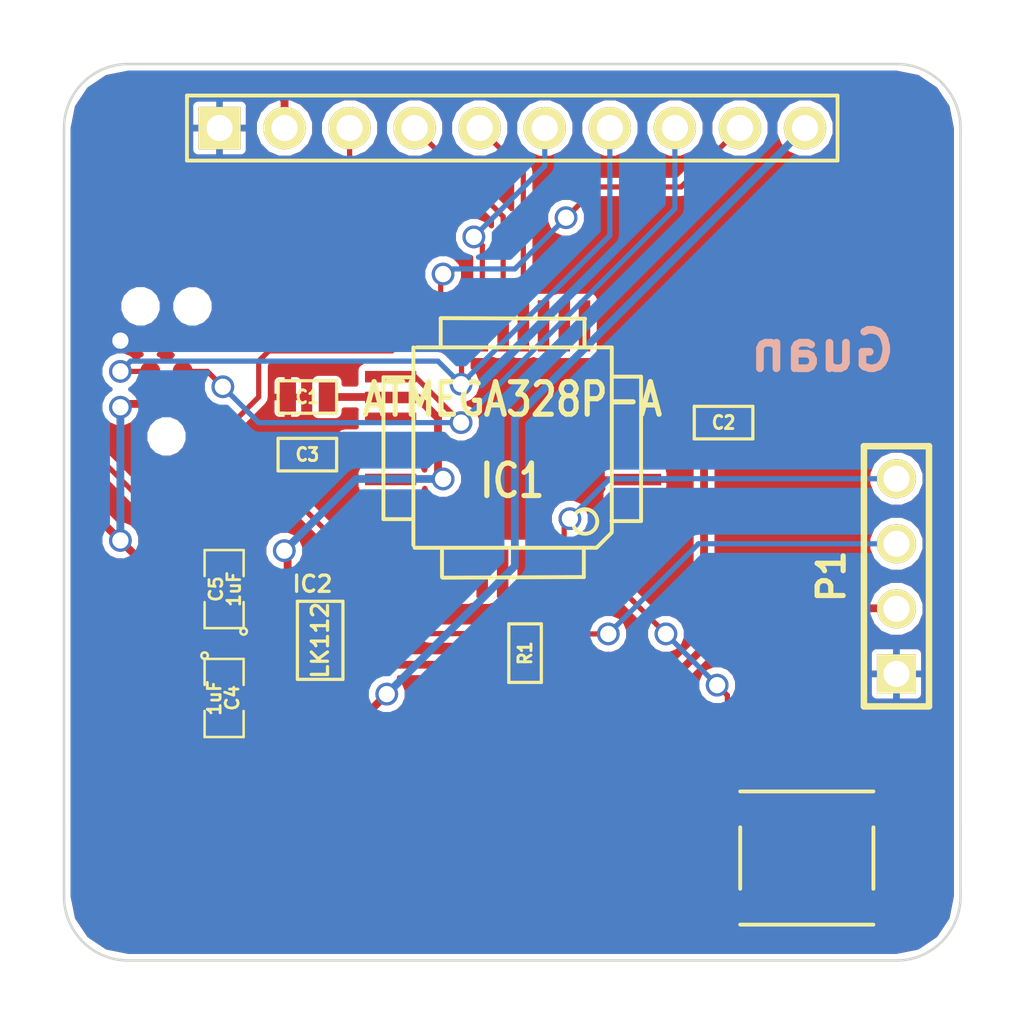
<source format=kicad_pcb>
(kicad_pcb (version 3) (host pcbnew "(2013-mar-13)-testing")

  (general
    (links 45)
    (no_connects 0)
    (area 97.5 94.1364 137.500001 137.500001)
    (thickness 1.6)
    (drawings 17)
    (tracks 143)
    (zones 0)
    (modules 13)
    (nets 15)
  )

  (page A3)
  (layers
    (15 F.Cu signal)
    (0 B.Cu signal)
    (16 B.Adhes user)
    (17 F.Adhes user)
    (18 B.Paste user)
    (19 F.Paste user)
    (20 B.SilkS user)
    (21 F.SilkS user)
    (22 B.Mask user)
    (23 F.Mask user)
    (24 Dwgs.User user)
    (25 Cmts.User user)
    (26 Eco1.User user)
    (27 Eco2.User user)
    (28 Edge.Cuts user)
  )

  (setup
    (last_trace_width 0.2032)
    (trace_clearance 0.254)
    (zone_clearance 0.2032)
    (zone_45_only no)
    (trace_min 0.1524)
    (segment_width 0.2)
    (edge_width 0.1)
    (via_size 0.889)
    (via_drill 0.635)
    (via_min_size 0.7366)
    (via_min_drill 0.381)
    (uvia_size 0.508)
    (uvia_drill 0.127)
    (uvias_allowed no)
    (uvia_min_size 0.508)
    (uvia_min_drill 0.127)
    (pcb_text_width 0.3)
    (pcb_text_size 1.5 1.5)
    (mod_edge_width 0.15)
    (mod_text_size 1 1)
    (mod_text_width 0.15)
    (pad_size 0.7874 0.7874)
    (pad_drill 0)
    (pad_to_mask_clearance 0)
    (aux_axis_origin 0 0)
    (visible_elements FFFFFF7F)
    (pcbplotparams
      (layerselection 284196865)
      (usegerberextensions true)
      (excludeedgelayer true)
      (linewidth 152400)
      (plotframeref false)
      (viasonmask false)
      (mode 1)
      (useauxorigin false)
      (hpglpennumber 1)
      (hpglpenspeed 20)
      (hpglpendiameter 15)
      (hpglpenoverlay 2)
      (psnegative false)
      (psa4output false)
      (plotreference true)
      (plotvalue true)
      (plotothertext true)
      (plotinvisibletext false)
      (padsonsilk false)
      (subtractmaskfromsilk false)
      (outputformat 1)
      (mirror false)
      (drillshape 0)
      (scaleselection 1)
      (outputdirectory out))
  )

  (net 0 "")
  (net 1 /BUTTON)
  (net 2 /DC)
  (net 3 /MISO)
  (net 4 /MOSI)
  (net 5 /RESET)
  (net 6 /RX)
  (net 7 /SCK)
  (net 8 /SDCS)
  (net 9 /TFTCS)
  (net 10 /TX)
  (net 11 /VIN)
  (net 12 GND)
  (net 13 N-0000017)
  (net 14 VCC)

  (net_class Default "This is the default net class."
    (clearance 0.254)
    (trace_width 0.2032)
    (via_dia 0.889)
    (via_drill 0.635)
    (uvia_dia 0.508)
    (uvia_drill 0.127)
    (add_net "")
    (add_net /BUTTON)
    (add_net /DC)
    (add_net /MISO)
    (add_net /MOSI)
    (add_net /RESET)
    (add_net /RX)
    (add_net /SCK)
    (add_net /SDCS)
    (add_net /TFTCS)
    (add_net /TX)
    (add_net GND)
    (add_net N-0000017)
  )

  (net_class power ""
    (clearance 0.254)
    (trace_width 0.3048)
    (via_dia 0.889)
    (via_drill 0.635)
    (uvia_dia 0.508)
    (uvia_drill 0.127)
    (add_net /VIN)
    (add_net VCC)
  )

  (module TQFP32 (layer F.Cu) (tedit 43A670DA) (tstamp 5179341E)
    (at 117.5 115 180)
    (path /51773175)
    (fp_text reference IC1 (at 0 -1.27 180) (layer F.SilkS)
      (effects (font (size 1.27 1.016) (thickness 0.2032)))
    )
    (fp_text value ATMEGA328P-A (at 0 1.905 180) (layer F.SilkS)
      (effects (font (size 1.27 1.016) (thickness 0.2032)))
    )
    (fp_line (start 5.0292 2.7686) (end 3.8862 2.7686) (layer F.SilkS) (width 0.1524))
    (fp_line (start 5.0292 -2.7686) (end 3.9116 -2.7686) (layer F.SilkS) (width 0.1524))
    (fp_line (start 5.0292 2.7686) (end 5.0292 -2.7686) (layer F.SilkS) (width 0.1524))
    (fp_line (start 2.794 3.9624) (end 2.794 5.0546) (layer F.SilkS) (width 0.1524))
    (fp_line (start -2.8194 3.9878) (end -2.8194 5.0546) (layer F.SilkS) (width 0.1524))
    (fp_line (start -2.8448 5.0546) (end 2.794 5.08) (layer F.SilkS) (width 0.1524))
    (fp_line (start -2.794 -5.0292) (end 2.7178 -5.0546) (layer F.SilkS) (width 0.1524))
    (fp_line (start -3.8862 -3.2766) (end -3.8862 3.9116) (layer F.SilkS) (width 0.1524))
    (fp_line (start 2.7432 -5.0292) (end 2.7432 -3.9878) (layer F.SilkS) (width 0.1524))
    (fp_line (start -3.2512 -3.8862) (end 3.81 -3.8862) (layer F.SilkS) (width 0.1524))
    (fp_line (start 3.8608 3.937) (end 3.8608 -3.7846) (layer F.SilkS) (width 0.1524))
    (fp_line (start -3.8862 3.937) (end 3.7338 3.937) (layer F.SilkS) (width 0.1524))
    (fp_line (start -5.0292 -2.8448) (end -5.0292 2.794) (layer F.SilkS) (width 0.1524))
    (fp_line (start -5.0292 2.794) (end -3.8862 2.794) (layer F.SilkS) (width 0.1524))
    (fp_line (start -3.87604 -3.302) (end -3.29184 -3.8862) (layer F.SilkS) (width 0.1524))
    (fp_line (start -5.02412 -2.8448) (end -3.87604 -2.8448) (layer F.SilkS) (width 0.1524))
    (fp_line (start -2.794 -3.8862) (end -2.794 -5.03428) (layer F.SilkS) (width 0.1524))
    (fp_circle (center -2.83972 -2.86004) (end -2.43332 -2.60604) (layer F.SilkS) (width 0.1524))
    (pad 8 smd rect (at -4.81584 2.77622 180) (size 1.99898 0.44958)
      (layers F.Cu F.Paste F.Mask)
    )
    (pad 7 smd rect (at -4.81584 1.97612 180) (size 1.99898 0.44958)
      (layers F.Cu F.Paste F.Mask)
    )
    (pad 6 smd rect (at -4.81584 1.17602 180) (size 1.99898 0.44958)
      (layers F.Cu F.Paste F.Mask)
      (net 14 VCC)
    )
    (pad 5 smd rect (at -4.81584 0.37592 180) (size 1.99898 0.44958)
      (layers F.Cu F.Paste F.Mask)
      (net 12 GND)
    )
    (pad 4 smd rect (at -4.81584 -0.42418 180) (size 1.99898 0.44958)
      (layers F.Cu F.Paste F.Mask)
      (net 14 VCC)
    )
    (pad 3 smd rect (at -4.81584 -1.22428 180) (size 1.99898 0.44958)
      (layers F.Cu F.Paste F.Mask)
      (net 12 GND)
    )
    (pad 2 smd rect (at -4.81584 -2.02438 180) (size 1.99898 0.44958)
      (layers F.Cu F.Paste F.Mask)
    )
    (pad 1 smd rect (at -4.81584 -2.82448 180) (size 1.99898 0.44958)
      (layers F.Cu F.Paste F.Mask)
    )
    (pad 24 smd rect (at 4.7498 -2.8194 180) (size 1.99898 0.44958)
      (layers F.Cu F.Paste F.Mask)
    )
    (pad 17 smd rect (at 4.7498 2.794 180) (size 1.99898 0.44958)
      (layers F.Cu F.Paste F.Mask)
      (net 7 /SCK)
    )
    (pad 18 smd rect (at 4.7498 1.9812 180) (size 1.99898 0.44958)
      (layers F.Cu F.Paste F.Mask)
      (net 14 VCC)
    )
    (pad 19 smd rect (at 4.7498 1.1684 180) (size 1.99898 0.44958)
      (layers F.Cu F.Paste F.Mask)
    )
    (pad 20 smd rect (at 4.7498 0.381 180) (size 1.99898 0.44958)
      (layers F.Cu F.Paste F.Mask)
      (net 13 N-0000017)
    )
    (pad 21 smd rect (at 4.7498 -0.4318 180) (size 1.99898 0.44958)
      (layers F.Cu F.Paste F.Mask)
      (net 12 GND)
    )
    (pad 22 smd rect (at 4.7498 -1.2192 180) (size 1.99898 0.44958)
      (layers F.Cu F.Paste F.Mask)
    )
    (pad 23 smd rect (at 4.7498 -2.032 180) (size 1.99898 0.44958)
      (layers F.Cu F.Paste F.Mask)
    )
    (pad 32 smd rect (at -2.82448 -4.826 180) (size 0.44958 1.99898)
      (layers F.Cu F.Paste F.Mask)
      (net 1 /BUTTON)
    )
    (pad 31 smd rect (at -2.02692 -4.826 180) (size 0.44958 1.99898)
      (layers F.Cu F.Paste F.Mask)
      (net 10 /TX)
    )
    (pad 30 smd rect (at -1.22428 -4.826 180) (size 0.44958 1.99898)
      (layers F.Cu F.Paste F.Mask)
      (net 6 /RX)
    )
    (pad 29 smd rect (at -0.42672 -4.826 180) (size 0.44958 1.99898)
      (layers F.Cu F.Paste F.Mask)
      (net 5 /RESET)
    )
    (pad 28 smd rect (at 0.37592 -4.826 180) (size 0.44958 1.99898)
      (layers F.Cu F.Paste F.Mask)
    )
    (pad 27 smd rect (at 1.17348 -4.826 180) (size 0.44958 1.99898)
      (layers F.Cu F.Paste F.Mask)
    )
    (pad 26 smd rect (at 1.97612 -4.826 180) (size 0.44958 1.99898)
      (layers F.Cu F.Paste F.Mask)
    )
    (pad 25 smd rect (at 2.77368 -4.826 180) (size 0.44958 1.99898)
      (layers F.Cu F.Paste F.Mask)
    )
    (pad 9 smd rect (at -2.8194 4.7752 180) (size 0.44958 1.99898)
      (layers F.Cu F.Paste F.Mask)
    )
    (pad 10 smd rect (at -2.032 4.7752 180) (size 0.44958 1.99898)
      (layers F.Cu F.Paste F.Mask)
    )
    (pad 11 smd rect (at -1.2192 4.7752 180) (size 0.44958 1.99898)
      (layers F.Cu F.Paste F.Mask)
    )
    (pad 12 smd rect (at -0.4318 4.7752 180) (size 0.44958 1.99898)
      (layers F.Cu F.Paste F.Mask)
      (net 8 /SDCS)
    )
    (pad 13 smd rect (at 0.3556 4.7752 180) (size 0.44958 1.99898)
      (layers F.Cu F.Paste F.Mask)
      (net 2 /DC)
    )
    (pad 14 smd rect (at 1.1684 4.7752 180) (size 0.44958 1.99898)
      (layers F.Cu F.Paste F.Mask)
      (net 9 /TFTCS)
    )
    (pad 15 smd rect (at 1.9812 4.7752 180) (size 0.44958 1.99898)
      (layers F.Cu F.Paste F.Mask)
      (net 4 /MOSI)
    )
    (pad 16 smd rect (at 2.794 4.7752 180) (size 0.44958 1.99898)
      (layers F.Cu F.Paste F.Mask)
      (net 3 /MISO)
    )
    (model smd/tqfp32.wrl
      (at (xyz 0 0 0))
      (scale (xyz 1 1 1))
      (rotate (xyz 0 0 0))
    )
  )

  (module SWITCH-ALPS (layer F.Cu) (tedit 5105E599) (tstamp 51793437)
    (at 129 131 180)
    (descr "ALPS SKQGADE010")
    (path /5177962B)
    (fp_text reference SW1 (at 0 -3.5 180) (layer F.SilkS) hide
      (effects (font (size 1 1) (thickness 0.15)))
    )
    (fp_text value SWITCH-4 (at 0 4 180) (layer F.SilkS) hide
      (effects (font (size 1 1) (thickness 0.15)))
    )
    (fp_line (start -2.6 2.6) (end 2.6 2.6) (layer F.SilkS) (width 0.15))
    (fp_line (start -2.6 -1.2) (end -2.6 1.2) (layer F.SilkS) (width 0.15))
    (fp_line (start 2.6 -2.6) (end -2.6 -2.6) (layer F.SilkS) (width 0.15))
    (fp_line (start 2.6 1.2) (end 2.6 -1.2) (layer F.SilkS) (width 0.15))
    (pad 1 smd rect (at -3.1 -1.85 180) (size 1.8 1.1)
      (layers F.Cu F.Paste F.Mask)
      (net 12 GND)
    )
    (pad 2 smd rect (at 3.1 -1.85 180) (size 1.8 1.1)
      (layers F.Cu F.Paste F.Mask)
      (net 12 GND)
    )
    (pad 3 smd rect (at 3.1 1.85 180) (size 1.8 1.1)
      (layers F.Cu F.Paste F.Mask)
      (net 1 /BUTTON)
    )
    (pad 4 smd rect (at -3.1 1.85 180) (size 1.8 1.1)
      (layers F.Cu F.Paste F.Mask)
      (net 1 /BUTTON)
    )
  )

  (module SOT23-5 (layer F.Cu) (tedit 4ECF78EF) (tstamp 51793444)
    (at 110 122.5 90)
    (path /5177FA81)
    (attr smd)
    (fp_text reference IC2 (at 2.19964 -0.29972 180) (layer F.SilkS)
      (effects (font (size 0.635 0.635) (thickness 0.127)))
    )
    (fp_text value LK112 (at 0 0 90) (layer F.SilkS)
      (effects (font (size 0.635 0.635) (thickness 0.127)))
    )
    (fp_line (start 1.524 -0.889) (end 1.524 0.889) (layer F.SilkS) (width 0.127))
    (fp_line (start 1.524 0.889) (end -1.524 0.889) (layer F.SilkS) (width 0.127))
    (fp_line (start -1.524 0.889) (end -1.524 -0.889) (layer F.SilkS) (width 0.127))
    (fp_line (start -1.524 -0.889) (end 1.524 -0.889) (layer F.SilkS) (width 0.127))
    (pad 1 smd rect (at -0.9525 1.27 90) (size 0.508 0.762)
      (layers F.Cu F.Paste F.Mask)
      (net 14 VCC)
    )
    (pad 3 smd rect (at 0.9525 1.27 90) (size 0.508 0.762)
      (layers F.Cu F.Paste F.Mask)
    )
    (pad 5 smd rect (at -0.9525 -1.27 90) (size 0.508 0.762)
      (layers F.Cu F.Paste F.Mask)
      (net 11 /VIN)
    )
    (pad 2 smd rect (at 0 1.27 90) (size 0.508 0.762)
      (layers F.Cu F.Paste F.Mask)
      (net 12 GND)
    )
    (pad 4 smd rect (at 0.9525 -1.27 90) (size 0.508 0.762)
      (layers F.Cu F.Paste F.Mask)
      (net 14 VCC)
    )
    (model smd/SOT23_5.wrl
      (at (xyz 0 0 0))
      (scale (xyz 0.1 0.1 0.1))
      (rotate (xyz 0 0 0))
    )
  )

  (module SM0805 (layer F.Cu) (tedit 5091495C) (tstamp 51793451)
    (at 106.25 124.75 270)
    (path /517807E5)
    (attr smd)
    (fp_text reference C4 (at 0 -0.3175 270) (layer F.SilkS)
      (effects (font (size 0.50038 0.50038) (thickness 0.10922)))
    )
    (fp_text value 1uF (at 0 0.381 270) (layer F.SilkS)
      (effects (font (size 0.50038 0.50038) (thickness 0.10922)))
    )
    (fp_circle (center -1.651 0.762) (end -1.651 0.635) (layer F.SilkS) (width 0.09906))
    (fp_line (start -0.508 0.762) (end -1.524 0.762) (layer F.SilkS) (width 0.09906))
    (fp_line (start -1.524 0.762) (end -1.524 -0.762) (layer F.SilkS) (width 0.09906))
    (fp_line (start -1.524 -0.762) (end -0.508 -0.762) (layer F.SilkS) (width 0.09906))
    (fp_line (start 0.508 -0.762) (end 1.524 -0.762) (layer F.SilkS) (width 0.09906))
    (fp_line (start 1.524 -0.762) (end 1.524 0.762) (layer F.SilkS) (width 0.09906))
    (fp_line (start 1.524 0.762) (end 0.508 0.762) (layer F.SilkS) (width 0.09906))
    (pad 1 smd rect (at -0.9525 0 270) (size 0.889 1.397)
      (layers F.Cu F.Paste F.Mask)
      (net 11 /VIN)
    )
    (pad 2 smd rect (at 0.9525 0 270) (size 0.889 1.397)
      (layers F.Cu F.Paste F.Mask)
      (net 12 GND)
    )
    (model smd/chip_cms.wrl
      (at (xyz 0 0 0))
      (scale (xyz 0.1 0.1 0.1))
      (rotate (xyz 0 0 0))
    )
  )

  (module SM0805 (layer F.Cu) (tedit 5091495C) (tstamp 5179345E)
    (at 106.25 120.5 90)
    (path /51781612)
    (attr smd)
    (fp_text reference C5 (at 0 -0.3175 90) (layer F.SilkS)
      (effects (font (size 0.50038 0.50038) (thickness 0.10922)))
    )
    (fp_text value 1uF (at 0 0.381 90) (layer F.SilkS)
      (effects (font (size 0.50038 0.50038) (thickness 0.10922)))
    )
    (fp_circle (center -1.651 0.762) (end -1.651 0.635) (layer F.SilkS) (width 0.09906))
    (fp_line (start -0.508 0.762) (end -1.524 0.762) (layer F.SilkS) (width 0.09906))
    (fp_line (start -1.524 0.762) (end -1.524 -0.762) (layer F.SilkS) (width 0.09906))
    (fp_line (start -1.524 -0.762) (end -0.508 -0.762) (layer F.SilkS) (width 0.09906))
    (fp_line (start 0.508 -0.762) (end 1.524 -0.762) (layer F.SilkS) (width 0.09906))
    (fp_line (start 1.524 -0.762) (end 1.524 0.762) (layer F.SilkS) (width 0.09906))
    (fp_line (start 1.524 0.762) (end 0.508 0.762) (layer F.SilkS) (width 0.09906))
    (pad 1 smd rect (at -0.9525 0 90) (size 0.889 1.397)
      (layers F.Cu F.Paste F.Mask)
      (net 14 VCC)
    )
    (pad 2 smd rect (at 0.9525 0 90) (size 0.889 1.397)
      (layers F.Cu F.Paste F.Mask)
      (net 12 GND)
    )
    (model smd/chip_cms.wrl
      (at (xyz 0 0 0))
      (scale (xyz 0.1 0.1 0.1))
      (rotate (xyz 0 0 0))
    )
  )

  (module SM0603 (layer F.Cu) (tedit 4E43A3D1) (tstamp 51793468)
    (at 109.5 113)
    (path /51773FA7)
    (attr smd)
    (fp_text reference C1 (at 0 0) (layer F.SilkS)
      (effects (font (size 0.508 0.4572) (thickness 0.1143)))
    )
    (fp_text value C (at 0 0) (layer F.SilkS) hide
      (effects (font (size 0.508 0.4572) (thickness 0.1143)))
    )
    (fp_line (start -1.143 -0.635) (end 1.143 -0.635) (layer F.SilkS) (width 0.127))
    (fp_line (start 1.143 -0.635) (end 1.143 0.635) (layer F.SilkS) (width 0.127))
    (fp_line (start 1.143 0.635) (end -1.143 0.635) (layer F.SilkS) (width 0.127))
    (fp_line (start -1.143 0.635) (end -1.143 -0.635) (layer F.SilkS) (width 0.127))
    (pad 1 smd rect (at -0.762 0) (size 0.635 1.143)
      (layers F.Cu F.Paste F.Mask)
      (net 12 GND)
    )
    (pad 2 smd rect (at 0.762 0) (size 0.635 1.143)
      (layers F.Cu F.Paste F.Mask)
      (net 14 VCC)
    )
    (model smd\resistors\R0603.wrl
      (at (xyz 0 0 0.001))
      (scale (xyz 0.5 0.5 0.5))
      (rotate (xyz 0 0 0))
    )
  )

  (module SM0603 (layer F.Cu) (tedit 4E43A3D1) (tstamp 51793472)
    (at 125.75 114 180)
    (path /51773FDA)
    (attr smd)
    (fp_text reference C2 (at 0 0 180) (layer F.SilkS)
      (effects (font (size 0.508 0.4572) (thickness 0.1143)))
    )
    (fp_text value C (at 0 0 180) (layer F.SilkS) hide
      (effects (font (size 0.508 0.4572) (thickness 0.1143)))
    )
    (fp_line (start -1.143 -0.635) (end 1.143 -0.635) (layer F.SilkS) (width 0.127))
    (fp_line (start 1.143 -0.635) (end 1.143 0.635) (layer F.SilkS) (width 0.127))
    (fp_line (start 1.143 0.635) (end -1.143 0.635) (layer F.SilkS) (width 0.127))
    (fp_line (start -1.143 0.635) (end -1.143 -0.635) (layer F.SilkS) (width 0.127))
    (pad 1 smd rect (at -0.762 0 180) (size 0.635 1.143)
      (layers F.Cu F.Paste F.Mask)
      (net 12 GND)
    )
    (pad 2 smd rect (at 0.762 0 180) (size 0.635 1.143)
      (layers F.Cu F.Paste F.Mask)
      (net 14 VCC)
    )
    (model smd\resistors\R0603.wrl
      (at (xyz 0 0 0.001))
      (scale (xyz 0.5 0.5 0.5))
      (rotate (xyz 0 0 0))
    )
  )

  (module SM0603 (layer F.Cu) (tedit 4E43A3D1) (tstamp 5179347C)
    (at 109.5 115.25)
    (path /5177401B)
    (attr smd)
    (fp_text reference C3 (at 0 0) (layer F.SilkS)
      (effects (font (size 0.508 0.4572) (thickness 0.1143)))
    )
    (fp_text value C (at 0 0) (layer F.SilkS) hide
      (effects (font (size 0.508 0.4572) (thickness 0.1143)))
    )
    (fp_line (start -1.143 -0.635) (end 1.143 -0.635) (layer F.SilkS) (width 0.127))
    (fp_line (start 1.143 -0.635) (end 1.143 0.635) (layer F.SilkS) (width 0.127))
    (fp_line (start 1.143 0.635) (end -1.143 0.635) (layer F.SilkS) (width 0.127))
    (fp_line (start -1.143 0.635) (end -1.143 -0.635) (layer F.SilkS) (width 0.127))
    (pad 1 smd rect (at -0.762 0) (size 0.635 1.143)
      (layers F.Cu F.Paste F.Mask)
      (net 12 GND)
    )
    (pad 2 smd rect (at 0.762 0) (size 0.635 1.143)
      (layers F.Cu F.Paste F.Mask)
      (net 13 N-0000017)
    )
    (model smd\resistors\R0603.wrl
      (at (xyz 0 0 0.001))
      (scale (xyz 0.5 0.5 0.5))
      (rotate (xyz 0 0 0))
    )
  )

  (module SM0603 (layer F.Cu) (tedit 4E43A3D1) (tstamp 51793486)
    (at 118 123 90)
    (path /517779A9)
    (attr smd)
    (fp_text reference R1 (at 0 0 90) (layer F.SilkS)
      (effects (font (size 0.508 0.4572) (thickness 0.1143)))
    )
    (fp_text value 10K (at 0 0 90) (layer F.SilkS) hide
      (effects (font (size 0.508 0.4572) (thickness 0.1143)))
    )
    (fp_line (start -1.143 -0.635) (end 1.143 -0.635) (layer F.SilkS) (width 0.127))
    (fp_line (start 1.143 -0.635) (end 1.143 0.635) (layer F.SilkS) (width 0.127))
    (fp_line (start 1.143 0.635) (end -1.143 0.635) (layer F.SilkS) (width 0.127))
    (fp_line (start -1.143 0.635) (end -1.143 -0.635) (layer F.SilkS) (width 0.127))
    (pad 1 smd rect (at -0.762 0 90) (size 0.635 1.143)
      (layers F.Cu F.Paste F.Mask)
      (net 14 VCC)
    )
    (pad 2 smd rect (at 0.762 0 90) (size 0.635 1.143)
      (layers F.Cu F.Paste F.Mask)
      (net 5 /RESET)
    )
    (model smd\resistors\R0603.wrl
      (at (xyz 0 0 0.001))
      (scale (xyz 0.5 0.5 0.5))
      (rotate (xyz 0 0 0))
    )
  )

  (module PIN_ARRAY_4x1 (layer F.Cu) (tedit 4C10F42E) (tstamp 51793492)
    (at 132.5 120 90)
    (descr "Double rangee de contacts 2 x 5 pins")
    (tags CONN)
    (path /51776B28)
    (fp_text reference P1 (at 0 -2.54 90) (layer F.SilkS)
      (effects (font (size 1.016 1.016) (thickness 0.2032)))
    )
    (fp_text value CONN_4 (at 0 2.54 90) (layer F.SilkS) hide
      (effects (font (size 1.016 1.016) (thickness 0.2032)))
    )
    (fp_line (start 5.08 1.27) (end -5.08 1.27) (layer F.SilkS) (width 0.254))
    (fp_line (start 5.08 -1.27) (end -5.08 -1.27) (layer F.SilkS) (width 0.254))
    (fp_line (start -5.08 -1.27) (end -5.08 1.27) (layer F.SilkS) (width 0.254))
    (fp_line (start 5.08 1.27) (end 5.08 -1.27) (layer F.SilkS) (width 0.254))
    (pad 1 thru_hole rect (at -3.81 0 90) (size 1.524 1.524) (drill 1.016)
      (layers *.Cu *.Mask F.SilkS)
      (net 12 GND)
    )
    (pad 2 thru_hole circle (at -1.27 0 90) (size 1.524 1.524) (drill 1.016)
      (layers *.Cu *.Mask F.SilkS)
      (net 14 VCC)
    )
    (pad 3 thru_hole circle (at 1.27 0 90) (size 1.524 1.524) (drill 1.016)
      (layers *.Cu *.Mask F.SilkS)
      (net 6 /RX)
    )
    (pad 4 thru_hole circle (at 3.81 0 90) (size 1.524 1.524) (drill 1.016)
      (layers *.Cu *.Mask F.SilkS)
      (net 10 /TX)
    )
    (model pin_array\pins_array_4x1.wrl
      (at (xyz 0 0 0))
      (scale (xyz 1 1 1))
      (rotate (xyz 0 0 0))
    )
  )

  (module JST-PH-2 (layer F.Cu) (tedit 517AB60A) (tstamp 5179349A)
    (at 112.5 127.5 180)
    (path /5178175D)
    (fp_text reference P3 (at -6.7 -3.9 180) (layer F.SilkS) hide
      (effects (font (size 1 1) (thickness 0.15)))
    )
    (fp_text value CONN_2 (at 0 3 180) (layer F.SilkS) hide
      (effects (font (size 1 1) (thickness 0.15)))
    )
    (pad 1 smd rect (at -1 0 180) (size 1 3.5)
      (layers F.Cu F.Paste F.Mask)
      (net 12 GND)
    )
    (pad 2 smd rect (at 1 0 180) (size 1 3.5)
      (layers F.Cu F.Paste F.Mask)
      (net 11 /VIN)
    )
    (pad e smd rect (at -3.35 -5.05 180) (size 1.6 3.4)
      (layers F.Cu F.Paste F.Mask)
    )
    (pad 4 smd rect (at 3.35 -5.05 180) (size 1.6 3.4)
      (layers F.Cu F.Paste F.Mask)
    )
  )

  (module PIN_ARRAY_10X1 (layer F.Cu) (tedit 517AB5FD) (tstamp 5179342B)
    (at 117.5 102.5)
    (descr "Double rangee de contacts 2 x 5 pins")
    (tags CONN)
    (path /51778798)
    (fp_text reference P2 (at 0.3 -7.5) (layer F.SilkS) hide
      (effects (font (size 1.016 1.016) (thickness 0.2032)))
    )
    (fp_text value CONN_10 (at 0 2.54) (layer F.SilkS) hide
      (effects (font (size 1.016 1.016) (thickness 0.2032)))
    )
    (fp_line (start -12.7 1.27) (end 12.7 1.27) (layer F.SilkS) (width 0.15))
    (fp_line (start 12.7 1.27) (end 12.7 -1.27) (layer F.SilkS) (width 0.15))
    (fp_line (start 12.7 -1.27) (end -12.7 -1.27) (layer F.SilkS) (width 0.15))
    (fp_line (start -12.7 -1.27) (end -12.7 1.27) (layer F.SilkS) (width 0.15))
    (pad 1 thru_hole rect (at -11.43 0) (size 1.651 1.651) (drill 1.016)
      (layers *.Cu *.Mask F.SilkS)
      (net 12 GND)
    )
    (pad 2 thru_hole circle (at -8.89 0) (size 1.651 1.651) (drill 1.016)
      (layers *.Cu *.Mask F.SilkS)
      (net 14 VCC)
    )
    (pad 3 thru_hole circle (at -6.35 0) (size 1.651 1.651) (drill 1.016)
      (layers *.Cu *.Mask F.SilkS)
      (net 5 /RESET)
    )
    (pad 4 thru_hole circle (at -3.81 0) (size 1.651 1.651) (drill 1.016)
      (layers *.Cu *.Mask F.SilkS)
      (net 2 /DC)
    )
    (pad 5 thru_hole circle (at -1.27 0) (size 1.651 1.651) (drill 1.016)
      (layers *.Cu *.Mask F.SilkS)
      (net 8 /SDCS)
    )
    (pad 6 thru_hole circle (at 1.27 0) (size 1.651 1.651) (drill 1.016)
      (layers *.Cu *.Mask F.SilkS)
      (net 9 /TFTCS)
    )
    (pad 7 thru_hole circle (at 3.81 0) (size 1.651 1.651) (drill 1.016)
      (layers *.Cu *.Mask F.SilkS)
      (net 4 /MOSI)
    )
    (pad 8 thru_hole circle (at 6.35 0) (size 1.651 1.651) (drill 1.016)
      (layers *.Cu *.Mask F.SilkS)
      (net 7 /SCK)
    )
    (pad 9 thru_hole circle (at 8.89 0) (size 1.651 1.651) (drill 1.016)
      (layers *.Cu *.Mask F.SilkS)
      (net 3 /MISO)
    )
    (pad 10 thru_hole circle (at 11.43 0) (size 1.651 1.651) (drill 1.016)
      (layers *.Cu *.Mask F.SilkS)
      (net 11 /VIN)
    )
    (model pin_array/pins_array_5x1.wrl
      (at (xyz 0 0 0))
      (scale (xyz 1 1 1))
      (rotate (xyz 0 0 0))
    )
  )

  (module TC2030-MCP-NL (layer F.Cu) (tedit 5179DFA1) (tstamp 51797B7C)
    (at 104 112 90)
    (descr http://www.tag-connect.com/Materials/TC2030-MCP-NL%20PCB%20Footprint.pdf)
    (path /517934B2)
    (fp_text reference P4 (at 0 -4.064 90) (layer F.SilkS) hide
      (effects (font (thickness 0.3048)))
    )
    (fp_text value CONN_3X2 (at 0 3.048 90) (layer F.SilkS) hide
      (effects (font (thickness 0.3048)))
    )
    (pad 1 smd circle (at -1.27 0.635 90) (size 0.7874 0.7874)
      (layers F.Cu F.Paste F.Mask)
      (net 3 /MISO)
      (clearance 0.25)
    )
    (pad 2 smd circle (at -1.27 -0.635 90) (size 0.7874 0.7874)
      (layers F.Cu F.Paste F.Mask)
      (net 14 VCC)
      (clearance 0.25)
    )
    (pad 3 smd circle (at 0 0.635 90) (size 0.7874 0.7874)
      (layers F.Cu F.Paste F.Mask)
      (net 7 /SCK)
      (clearance 0.25)
    )
    (pad 4 smd circle (at 0 -0.635 90) (size 0.7874 0.7874)
      (layers F.Cu F.Paste F.Mask)
      (net 4 /MOSI)
      (clearance 0.25)
    )
    (pad 5 smd circle (at 1.27 0.635 90) (size 0.7874 0.7874)
      (layers F.Cu F.Paste F.Mask)
      (net 5 /RESET)
      (clearance 0.25)
    )
    (pad 6 smd circle (at 1.27 -0.635 90) (size 0.7874 0.7874)
      (layers F.Cu F.Paste F.Mask)
      (net 12 GND)
      (clearance 0.25)
    )
    (pad "" np_thru_hole circle (at -2.54 0 90) (size 0.9906 0.9906) (drill 0.9906)
      (layers *.Cu *.Mask F.SilkS)
    )
    (pad "" np_thru_hole circle (at 2.54 -1.016 90) (size 0.9906 0.9906) (drill 0.9906)
      (layers *.Cu *.Mask F.SilkS)
    )
    (pad "" np_thru_hole circle (at 2.54 1.016 90) (size 0.9906 0.9906) (drill 0.9906)
      (layers *.Cu *.Mask F.SilkS)
    )
  )

  (gr_text Guan (at 129.6 111.2) (layer B.SilkS)
    (effects (font (size 1.5 1.5) (thickness 0.3)) (justify mirror))
  )
  (gr_arc (start 132.5 132.5) (end 135 132.5) (angle 90) (layer Edge.Cuts) (width 0.1))
  (gr_arc (start 102.5 132.5) (end 102.5 135) (angle 90) (layer Edge.Cuts) (width 0.1))
  (gr_arc (start 102.5 102.5) (end 100 102.5) (angle 90) (layer Edge.Cuts) (width 0.1))
  (gr_arc (start 132.5 102.5) (end 132.5 100) (angle 90) (layer Edge.Cuts) (width 0.1))
  (gr_line (start 100 132.5) (end 100 130) (angle 90) (layer Edge.Cuts) (width 0.1))
  (gr_line (start 102.5 135) (end 105 135) (angle 90) (layer Edge.Cuts) (width 0.1))
  (gr_line (start 132.5 135) (end 130 135) (angle 90) (layer Edge.Cuts) (width 0.1))
  (gr_line (start 135 132.5) (end 135 130) (angle 90) (layer Edge.Cuts) (width 0.1))
  (gr_line (start 135 102.5) (end 135 105) (angle 90) (layer Edge.Cuts) (width 0.1))
  (gr_line (start 132.5 100) (end 130 100) (angle 90) (layer Edge.Cuts) (width 0.1))
  (gr_line (start 102.5 100) (end 105 100) (angle 90) (layer Edge.Cuts) (width 0.1))
  (gr_line (start 100 102.5) (end 100 105) (angle 90) (layer Edge.Cuts) (width 0.1))
  (gr_line (start 100 130) (end 100 105) (angle 90) (layer Edge.Cuts) (width 0.1))
  (gr_line (start 105 135) (end 130 135) (angle 90) (layer Edge.Cuts) (width 0.1))
  (gr_line (start 135 105) (end 135 130) (angle 90) (layer Edge.Cuts) (width 0.1))
  (gr_line (start 105 100) (end 130 100) (angle 90) (layer Edge.Cuts) (width 0.1))

  (segment (start 125.9 129.15) (end 132.1 129.15) (width 0.2032) (layer F.Cu) (net 1))
  (segment (start 120.32448 119.826) (end 121.076 119.826) (width 0.2032) (layer F.Cu) (net 1))
  (segment (start 125.9 124.65) (end 125.9 129.15) (width 0.2032) (layer F.Cu) (net 1) (tstamp 517A43C1))
  (segment (start 125.5 124.25) (end 125.9 124.65) (width 0.2032) (layer F.Cu) (net 1) (tstamp 517A43C0))
  (via (at 125.5 124.25) (size 0.889) (layers F.Cu B.Cu) (net 1))
  (segment (start 123.5 122.25) (end 125.5 124.25) (width 0.2032) (layer B.Cu) (net 1) (tstamp 517A43BD))
  (via (at 123.5 122.25) (size 0.889) (layers F.Cu B.Cu) (net 1))
  (segment (start 121.076 119.826) (end 123.5 122.25) (width 0.2032) (layer F.Cu) (net 1) (tstamp 517A43BA))
  (segment (start 117.1444 110.2248) (end 117.1444 105.9544) (width 0.2032) (layer F.Cu) (net 2))
  (segment (start 117.1444 105.9544) (end 113.69 102.5) (width 0.2032) (layer F.Cu) (net 2) (tstamp 517A0A8E))
  (segment (start 104.635 113.27) (end 105.67 113.27) (width 0.2032) (layer F.Cu) (net 3))
  (segment (start 113.7752 110.2248) (end 114.706 110.2248) (width 0.2032) (layer F.Cu) (net 3) (tstamp 517AA7C3))
  (segment (start 112.8 111.2) (end 113.7752 110.2248) (width 0.2032) (layer F.Cu) (net 3) (tstamp 517AA7C2))
  (segment (start 108 111.2) (end 112.8 111.2) (width 0.2032) (layer F.Cu) (net 3) (tstamp 517AA7C1))
  (segment (start 107.6 111.6) (end 108 111.2) (width 0.2032) (layer F.Cu) (net 3) (tstamp 517AA7BF))
  (segment (start 107.6 113) (end 107.6 111.6) (width 0.2032) (layer F.Cu) (net 3) (tstamp 517AA7BC))
  (segment (start 106.8 113.8) (end 107.6 113) (width 0.2032) (layer F.Cu) (net 3) (tstamp 517AA7BB))
  (segment (start 106.2 113.8) (end 106.8 113.8) (width 0.2032) (layer F.Cu) (net 3) (tstamp 517AA7B8))
  (segment (start 105.67 113.27) (end 106.2 113.8) (width 0.2032) (layer F.Cu) (net 3) (tstamp 517AA7B7))
  (segment (start 114.706 110.2248) (end 114.706 108.294) (width 0.2032) (layer F.Cu) (net 3))
  (segment (start 124.09 104.8) (end 126.39 102.5) (width 0.2032) (layer F.Cu) (net 3) (tstamp 517A6E9E))
  (segment (start 120.8 104.8) (end 124.09 104.8) (width 0.2032) (layer F.Cu) (net 3) (tstamp 517A6E99))
  (segment (start 119.6 106) (end 120.8 104.8) (width 0.2032) (layer F.Cu) (net 3) (tstamp 517A6E98))
  (via (at 119.6 106) (size 0.889) (layers F.Cu B.Cu) (net 3))
  (segment (start 117.6 108) (end 119.6 106) (width 0.2032) (layer B.Cu) (net 3) (tstamp 517A6E95))
  (segment (start 115 108) (end 117.6 108) (width 0.2032) (layer B.Cu) (net 3) (tstamp 517A6E94))
  (segment (start 114.8 108.2) (end 115 108) (width 0.2032) (layer B.Cu) (net 3) (tstamp 517A6E93))
  (via (at 114.8 108.2) (size 0.889) (layers F.Cu B.Cu) (net 3))
  (segment (start 114.706 108.294) (end 114.8 108.2) (width 0.2032) (layer F.Cu) (net 3) (tstamp 517A6E91))
  (segment (start 103.365 112) (end 102.2 112) (width 0.2032) (layer F.Cu) (net 4))
  (segment (start 114.6 111.6) (end 115.5 112.5) (width 0.2032) (layer B.Cu) (net 4) (tstamp 517A7CDC))
  (segment (start 102.6 111.6) (end 114.6 111.6) (width 0.2032) (layer B.Cu) (net 4) (tstamp 517A7CDA))
  (segment (start 102.2 112) (end 102.6 111.6) (width 0.2032) (layer B.Cu) (net 4) (tstamp 517A7CD9))
  (via (at 102.2 112) (size 0.889) (layers F.Cu B.Cu) (net 4))
  (segment (start 121.31 102.5) (end 121.31 106.69) (width 0.2032) (layer B.Cu) (net 4))
  (segment (start 115.5188 112.4812) (end 115.5188 110.2248) (width 0.2032) (layer F.Cu) (net 4) (tstamp 517A0AA2))
  (segment (start 115.5 112.5) (end 115.5188 112.4812) (width 0.2032) (layer F.Cu) (net 4) (tstamp 517A0AA1))
  (via (at 115.5 112.5) (size 0.889) (layers F.Cu B.Cu) (net 4))
  (segment (start 121.31 106.69) (end 115.5 112.5) (width 0.2032) (layer B.Cu) (net 4) (tstamp 517A0A9E))
  (segment (start 111.15 102.5) (end 111.15 110.45) (width 0.2032) (layer F.Cu) (net 5))
  (segment (start 110.87 110.73) (end 104.635 110.73) (width 0.2032) (layer F.Cu) (net 5) (tstamp 517A8B35))
  (segment (start 111.15 110.45) (end 110.87 110.73) (width 0.2032) (layer F.Cu) (net 5) (tstamp 517A8B31))
  (segment (start 118 122.238) (end 114.238 122.238) (width 0.2032) (layer F.Cu) (net 5))
  (segment (start 104 110.095) (end 104.635 110.73) (width 0.2032) (layer F.Cu) (net 5) (tstamp 517A2719))
  (segment (start 104 108.5) (end 104 110.095) (width 0.2032) (layer F.Cu) (net 5) (tstamp 517A2718))
  (segment (start 103.75 108.25) (end 104 108.5) (width 0.2032) (layer F.Cu) (net 5) (tstamp 517A2717))
  (segment (start 102.5 108.25) (end 103.75 108.25) (width 0.2032) (layer F.Cu) (net 5) (tstamp 517A2716))
  (segment (start 101.25 109.5) (end 102.5 108.25) (width 0.2032) (layer F.Cu) (net 5) (tstamp 517A2715))
  (segment (start 101.25 115.25) (end 101.25 109.5) (width 0.2032) (layer F.Cu) (net 5) (tstamp 517A2714))
  (segment (start 103.25 117.25) (end 101.25 115.25) (width 0.2032) (layer F.Cu) (net 5) (tstamp 517A2713))
  (segment (start 109.25 117.25) (end 103.25 117.25) (width 0.2032) (layer F.Cu) (net 5) (tstamp 517A2711))
  (segment (start 114.238 122.238) (end 109.25 117.25) (width 0.2032) (layer F.Cu) (net 5) (tstamp 517A270F))
  (segment (start 118 122.238) (end 118 119.89928) (width 0.2032) (layer F.Cu) (net 5))
  (segment (start 118 119.89928) (end 117.92672 119.826) (width 0.2032) (layer F.Cu) (net 5) (tstamp 517A270C))
  (segment (start 118.72428 119.826) (end 118.72428 121.22428) (width 0.2032) (layer F.Cu) (net 6))
  (segment (start 124.77 118.73) (end 132.5 118.73) (width 0.2032) (layer B.Cu) (net 6) (tstamp 517A43AE))
  (segment (start 121.25 122.25) (end 124.77 118.73) (width 0.2032) (layer B.Cu) (net 6) (tstamp 517A43AD))
  (via (at 121.25 122.25) (size 0.889) (layers F.Cu B.Cu) (net 6))
  (segment (start 119.75 122.25) (end 121.25 122.25) (width 0.2032) (layer F.Cu) (net 6) (tstamp 517A43AA))
  (segment (start 118.72428 121.22428) (end 119.75 122.25) (width 0.2032) (layer F.Cu) (net 6) (tstamp 517A43A7))
  (segment (start 104.635 112) (end 105.6 112) (width 0.2032) (layer F.Cu) (net 7))
  (segment (start 107.6 114) (end 115.5 114) (width 0.2032) (layer B.Cu) (net 7) (tstamp 517AA7B2))
  (segment (start 106.2 112.6) (end 107.6 114) (width 0.2032) (layer B.Cu) (net 7) (tstamp 517AA7B1))
  (via (at 106.2 112.6) (size 0.889) (layers F.Cu B.Cu) (net 7))
  (segment (start 105.6 112) (end 106.2 112.6) (width 0.2032) (layer F.Cu) (net 7) (tstamp 517AA7AE))
  (segment (start 123.85 102.5) (end 123.85 105.65) (width 0.2032) (layer B.Cu) (net 7))
  (segment (start 113.706 112.206) (end 112.7502 112.206) (width 0.2032) (layer F.Cu) (net 7) (tstamp 517A0AAA))
  (segment (start 115.5 114) (end 113.706 112.206) (width 0.2032) (layer F.Cu) (net 7) (tstamp 517A0AA9))
  (via (at 115.5 114) (size 0.889) (layers F.Cu B.Cu) (net 7))
  (segment (start 123.85 105.65) (end 115.5 114) (width 0.2032) (layer B.Cu) (net 7) (tstamp 517A0AA6))
  (segment (start 117.9318 110.2248) (end 117.9318 104.2018) (width 0.2032) (layer F.Cu) (net 8))
  (segment (start 117.9318 104.2018) (end 116.23 102.5) (width 0.2032) (layer F.Cu) (net 8) (tstamp 517A0A93))
  (segment (start 116.3316 110.2248) (end 116.3316 107.0816) (width 0.2032) (layer F.Cu) (net 9))
  (segment (start 118.77 103.98) (end 118.77 102.5) (width 0.2032) (layer B.Cu) (net 9) (tstamp 517A0A9A))
  (segment (start 116 106.75) (end 118.77 103.98) (width 0.2032) (layer B.Cu) (net 9) (tstamp 517A0A99))
  (via (at 116 106.75) (size 0.889) (layers F.Cu B.Cu) (net 9))
  (segment (start 116.3316 107.0816) (end 116 106.75) (width 0.2032) (layer F.Cu) (net 9) (tstamp 517A0A97))
  (segment (start 119.52692 119.826) (end 119.52692 117.97308) (width 0.2032) (layer F.Cu) (net 10))
  (segment (start 121.31 116.19) (end 132.5 116.19) (width 0.2032) (layer B.Cu) (net 10) (tstamp 517A43B6))
  (segment (start 119.75 117.75) (end 121.31 116.19) (width 0.2032) (layer B.Cu) (net 10) (tstamp 517A43B5))
  (via (at 119.75 117.75) (size 0.889) (layers F.Cu B.Cu) (net 10))
  (segment (start 119.52692 117.97308) (end 119.75 117.75) (width 0.2032) (layer F.Cu) (net 10) (tstamp 517A43B3))
  (segment (start 111.5 127.5) (end 111.5 125.7) (width 0.3048) (layer F.Cu) (net 11))
  (segment (start 117.6 113.83) (end 128.93 102.5) (width 0.3048) (layer B.Cu) (net 11) (tstamp 517A6E89))
  (segment (start 117.6 119.6) (end 117.6 113.83) (width 0.3048) (layer B.Cu) (net 11) (tstamp 517A6E87))
  (segment (start 112.6 124.6) (end 117.6 119.6) (width 0.3048) (layer B.Cu) (net 11) (tstamp 517A6E86))
  (via (at 112.6 124.6) (size 0.889) (layers F.Cu B.Cu) (net 11))
  (segment (start 111.5 125.7) (end 112.6 124.6) (width 0.3048) (layer F.Cu) (net 11) (tstamp 517A6E82))
  (segment (start 106.25 123.7975) (end 108.385 123.7975) (width 0.3048) (layer F.Cu) (net 11))
  (segment (start 108.385 123.7975) (end 108.73 123.4525) (width 0.3048) (layer F.Cu) (net 11) (tstamp 517A6E7A))
  (segment (start 108.73 123.4525) (end 108.73 124.73) (width 0.3048) (layer F.Cu) (net 11))
  (segment (start 108.73 124.73) (end 111.5 127.5) (width 0.3048) (layer F.Cu) (net 11) (tstamp 517A6E76))
  (segment (start 103.365 110.73) (end 102.27 110.73) (width 0.2032) (layer F.Cu) (net 12))
  (via (at 102.2 110.8) (size 0.889) (layers F.Cu B.Cu) (net 12))
  (segment (start 102.27 110.73) (end 102.2 110.8) (width 0.2032) (layer F.Cu) (net 12) (tstamp 517AA7D5))
  (segment (start 110.262 115.25) (end 110.35 115.25) (width 0.2032) (layer F.Cu) (net 13))
  (segment (start 110.981 114.619) (end 112.7502 114.619) (width 0.2032) (layer F.Cu) (net 13) (tstamp 517A7CBC))
  (segment (start 110.35 115.25) (end 110.981 114.619) (width 0.2032) (layer F.Cu) (net 13) (tstamp 517A7CBB))
  (segment (start 103.365 113.27) (end 102.33 113.27) (width 0.3048) (layer F.Cu) (net 14))
  (via (at 102.2 118.6) (size 0.889) (layers F.Cu B.Cu) (net 14))
  (segment (start 102.2 113.4) (end 102.2 118.6) (width 0.3048) (layer B.Cu) (net 14) (tstamp 517A8B3E))
  (via (at 102.2 113.4) (size 0.889) (layers F.Cu B.Cu) (net 14))
  (segment (start 102.33 113.27) (end 102.2 113.4) (width 0.3048) (layer F.Cu) (net 14) (tstamp 517A8B3B))
  (segment (start 108.61 102.5) (end 108.61 101.41) (width 0.3048) (layer F.Cu) (net 14))
  (segment (start 105.0525 121.4525) (end 106.25 121.4525) (width 0.3048) (layer F.Cu) (net 14) (tstamp 517A8B25))
  (segment (start 100.6 117) (end 102.2 118.6) (width 0.3048) (layer F.Cu) (net 14) (tstamp 517A8B24))
  (segment (start 102.2 118.6) (end 105.0525 121.4525) (width 0.3048) (layer F.Cu) (net 14) (tstamp 517A9957))
  (segment (start 100.6 103.6) (end 100.6 117) (width 0.3048) (layer F.Cu) (net 14) (tstamp 517A8B1E))
  (segment (start 103 101.2) (end 100.6 103.6) (width 0.3048) (layer F.Cu) (net 14) (tstamp 517A8B1D))
  (segment (start 108.4 101.2) (end 103 101.2) (width 0.3048) (layer F.Cu) (net 14) (tstamp 517A8B1C))
  (segment (start 108.61 101.41) (end 108.4 101.2) (width 0.3048) (layer F.Cu) (net 14) (tstamp 517A8B10))
  (segment (start 108.73 121.5475) (end 108.73 119.13) (width 0.3048) (layer F.Cu) (net 14))
  (segment (start 113.800376 113.0188) (end 112.7502 113.0188) (width 0.3048) (layer F.Cu) (net 14) (tstamp 517A8B07))
  (segment (start 114.6 113.818424) (end 113.800376 113.0188) (width 0.3048) (layer F.Cu) (net 14) (tstamp 517A8B05))
  (segment (start 114.6 116) (end 114.6 113.818424) (width 0.3048) (layer F.Cu) (net 14) (tstamp 517A7CF5))
  (segment (start 114.8 116.2) (end 114.6 116) (width 0.3048) (layer F.Cu) (net 14) (tstamp 517A7CF4))
  (via (at 114.8 116.2) (size 0.889) (layers F.Cu B.Cu) (net 14))
  (segment (start 111.4 116.2) (end 114.8 116.2) (width 0.3048) (layer B.Cu) (net 14) (tstamp 517A7CEC))
  (segment (start 108.6 119) (end 111.4 116.2) (width 0.3048) (layer B.Cu) (net 14) (tstamp 517A7CEB))
  (via (at 108.6 119) (size 0.889) (layers F.Cu B.Cu) (net 14))
  (segment (start 108.73 119.13) (end 108.6 119) (width 0.3048) (layer F.Cu) (net 14) (tstamp 517A7CE8))
  (segment (start 110.262 113) (end 112.7314 113) (width 0.3048) (layer F.Cu) (net 14))
  (segment (start 112.7314 113) (end 112.7502 113.0188) (width 0.3048) (layer F.Cu) (net 14) (tstamp 517A6EA6))
  (segment (start 124.988 121.25) (end 132.48 121.25) (width 0.3048) (layer F.Cu) (net 14))
  (segment (start 132.48 121.25) (end 132.5 121.27) (width 0.3048) (layer F.Cu) (net 14) (tstamp 517A43A4))
  (segment (start 108.73 121.5475) (end 108.73 121.73) (width 0.3048) (layer F.Cu) (net 14))
  (segment (start 110.4525 123.4525) (end 111.27 123.4525) (width 0.3048) (layer F.Cu) (net 14) (tstamp 517A4394))
  (segment (start 108.73 121.73) (end 110.4525 123.4525) (width 0.3048) (layer F.Cu) (net 14) (tstamp 517A4392))
  (segment (start 106.25 121.4525) (end 108.635 121.4525) (width 0.3048) (layer F.Cu) (net 14))
  (segment (start 108.635 121.4525) (end 108.73 121.5475) (width 0.3048) (layer F.Cu) (net 14) (tstamp 517A438E))
  (segment (start 124.988 114) (end 124.988 121.25) (width 0.3048) (layer F.Cu) (net 14))
  (segment (start 124.988 121.25) (end 124.988 122.762) (width 0.3048) (layer F.Cu) (net 14) (tstamp 517A43A2))
  (segment (start 123.988 123.762) (end 118 123.762) (width 0.3048) (layer F.Cu) (net 14) (tstamp 517A356D))
  (segment (start 124.988 122.762) (end 123.988 123.762) (width 0.3048) (layer F.Cu) (net 14) (tstamp 517A356C))
  (segment (start 122.31584 113.82398) (end 120.92602 113.82398) (width 0.3048) (layer F.Cu) (net 14))
  (segment (start 120.67418 115.42418) (end 122.31584 115.42418) (width 0.3048) (layer F.Cu) (net 14) (tstamp 517A3552))
  (segment (start 120.5 115.25) (end 120.67418 115.42418) (width 0.3048) (layer F.Cu) (net 14) (tstamp 517A3551))
  (segment (start 120.5 114.25) (end 120.5 115.25) (width 0.3048) (layer F.Cu) (net 14) (tstamp 517A3550))
  (segment (start 120.92602 113.82398) (end 120.5 114.25) (width 0.3048) (layer F.Cu) (net 14) (tstamp 517A354F))
  (segment (start 122.31584 113.82398) (end 124.83598 113.82398) (width 0.3048) (layer F.Cu) (net 14))
  (segment (start 124.83598 113.82398) (end 125 113.988) (width 0.3048) (layer F.Cu) (net 14) (tstamp 517A354B))
  (segment (start 111.27 123.4525) (end 117.6905 123.4525) (width 0.3048) (layer F.Cu) (net 14))
  (segment (start 117.6905 123.4525) (end 118 123.762) (width 0.3048) (layer F.Cu) (net 14) (tstamp 517A271E))

  (zone (net 12) (net_name GND) (layer F.Cu) (tstamp 5179A662) (hatch edge 0.508)
    (connect_pads (clearance 0.2032))
    (min_thickness 0.2032)
    (fill (arc_segments 16) (thermal_gap 0.2032) (thermal_bridge_width 0.254))
    (polygon
      (pts
        (xy 137.5 137.5) (xy 97.5 137.5) (xy 97.5 97.5) (xy 137.5 97.5)
      )
    )
    (filled_polygon
      (pts
        (xy 104.220462 111.364867) (xy 104.213373 111.367797) (xy 104.003534 111.57727) (xy 104.000132 111.585462) (xy 103.997203 111.578373)
        (xy 103.78773 111.368534) (xy 103.718748 111.33989) (xy 103.758535 111.323578) (xy 103.762796 111.320731) (xy 103.796389 111.19731)
        (xy 103.365 110.765921) (xy 102.933611 111.19731) (xy 102.967204 111.320731) (xy 103.011958 111.339457) (xy 102.943373 111.367797)
        (xy 102.821186 111.48977) (xy 102.653812 111.322104) (xy 102.359848 111.200039) (xy 102.041548 111.199761) (xy 101.747372 111.321313)
        (xy 101.7072 111.361414) (xy 101.7072 109.689378) (xy 102.152188 109.24439) (xy 102.133248 109.290003) (xy 102.132953 109.628512)
        (xy 102.262222 109.941366) (xy 102.501375 110.180937) (xy 102.814003 110.310752) (xy 102.852959 110.310785) (xy 102.774269 110.332204)
        (xy 102.667006 110.588548) (xy 102.666007 110.866426) (xy 102.771422 111.123535) (xy 102.774269 111.127796) (xy 102.89769 111.161389)
        (xy 103.329079 110.73) (xy 103.314936 110.715857) (xy 103.350857 110.679936) (xy 103.365 110.694079) (xy 103.379142 110.679936)
        (xy 103.415063 110.715857) (xy 103.400921 110.73) (xy 103.83231 111.161389) (xy 103.955731 111.127796) (xy 103.974457 111.083041)
        (xy 104.002797 111.151627) (xy 104.21227 111.361466) (xy 104.220462 111.364867)
      )
    )
    (filled_polygon
      (pts
        (xy 134.6452 132.460829) (xy 134.474996 133.320421) (xy 134.013256 134.010159) (xy 133.566852 134.309) (xy 133.566852 124.632362)
        (xy 133.566852 122.987638) (xy 133.520547 122.875571) (xy 133.434881 122.789755) (xy 133.322895 122.743254) (xy 133.201638 122.743148)
        (xy 132.6016 122.7432) (xy 132.5254 122.8194) (xy 132.5254 123.7846) (xy 133.4906 123.7846) (xy 133.5668 123.7084)
        (xy 133.566852 122.987638) (xy 133.566852 124.632362) (xy 133.5668 123.9116) (xy 133.4906 123.8354) (xy 132.5254 123.8354)
        (xy 132.5254 124.8006) (xy 132.6016 124.8768) (xy 133.201638 124.876852) (xy 133.322895 124.876746) (xy 133.434881 124.830245)
        (xy 133.520547 124.744429) (xy 133.566852 124.632362) (xy 133.566852 134.309) (xy 133.355661 134.450381) (xy 133.355661 129.629577)
        (xy 133.355661 128.529577) (xy 133.301638 128.398832) (xy 133.201694 128.298713) (xy 133.071043 128.244462) (xy 132.929577 128.244339)
        (xy 132.4746 128.244339) (xy 132.4746 124.8006) (xy 132.4746 123.8354) (xy 132.4746 123.7846) (xy 132.4746 122.8194)
        (xy 132.3984 122.7432) (xy 131.798362 122.743148) (xy 131.677105 122.743254) (xy 131.565119 122.789755) (xy 131.479453 122.875571)
        (xy 131.433148 122.987638) (xy 131.4332 123.7084) (xy 131.5094 123.7846) (xy 132.4746 123.7846) (xy 132.4746 123.8354)
        (xy 131.5094 123.8354) (xy 131.4332 123.9116) (xy 131.433148 124.632362) (xy 131.479453 124.744429) (xy 131.565119 124.830245)
        (xy 131.677105 124.876746) (xy 131.798362 124.876852) (xy 132.3984 124.8768) (xy 132.4746 124.8006) (xy 132.4746 128.244339)
        (xy 131.129577 128.244339) (xy 130.998832 128.298362) (xy 130.898713 128.398306) (xy 130.844462 128.528957) (xy 130.844339 128.670423)
        (xy 130.844339 128.6928) (xy 127.155661 128.6928) (xy 127.155661 128.529577) (xy 127.101638 128.398832) (xy 127.001694 128.298713)
        (xy 126.871043 128.244462) (xy 126.729577 128.244339) (xy 126.3572 128.244339) (xy 126.3572 124.65) (xy 126.322398 124.475037)
        (xy 126.291866 124.429342) (xy 126.299961 124.409848) (xy 126.300239 124.091548) (xy 126.178687 123.797372) (xy 125.953812 123.572104)
        (xy 125.659848 123.450039) (xy 125.341548 123.449761) (xy 125.047372 123.571313) (xy 124.822104 123.796188) (xy 124.700039 124.090152)
        (xy 124.699761 124.408452) (xy 124.821313 124.702628) (xy 125.046188 124.927896) (xy 125.340152 125.049961) (xy 125.4428 125.05005)
        (xy 125.4428 128.244339) (xy 124.929577 128.244339) (xy 124.798832 128.298362) (xy 124.698713 128.398306) (xy 124.644462 128.528957)
        (xy 124.644339 128.670423) (xy 124.644339 129.770423) (xy 124.698362 129.901168) (xy 124.798306 130.001287) (xy 124.928957 130.055538)
        (xy 125.070423 130.055661) (xy 126.870423 130.055661) (xy 127.001168 130.001638) (xy 127.101287 129.901694) (xy 127.155538 129.771043)
        (xy 127.155661 129.629577) (xy 127.155661 129.6072) (xy 130.844339 129.6072) (xy 130.844339 129.770423) (xy 130.898362 129.901168)
        (xy 130.998306 130.001287) (xy 131.128957 130.055538) (xy 131.270423 130.055661) (xy 133.070423 130.055661) (xy 133.201168 130.001638)
        (xy 133.301287 129.901694) (xy 133.355538 129.771043) (xy 133.355661 129.629577) (xy 133.355661 134.450381) (xy 133.316409 134.476658)
        (xy 133.304852 134.478946) (xy 133.304852 133.339638) (xy 133.304852 132.360362) (xy 133.304746 132.239105) (xy 133.258245 132.127119)
        (xy 133.172429 132.041453) (xy 133.060362 131.995148) (xy 132.2016 131.9952) (xy 132.1254 132.0714) (xy 132.1254 132.8246)
        (xy 133.2286 132.8246) (xy 133.3048 132.7484) (xy 133.304852 132.360362) (xy 133.304852 133.339638) (xy 133.3048 132.9516)
        (xy 133.2286 132.8754) (xy 132.1254 132.8754) (xy 132.1254 133.6286) (xy 132.2016 133.7048) (xy 133.060362 133.704852)
        (xy 133.172429 133.658547) (xy 133.258245 133.572881) (xy 133.304746 133.460895) (xy 133.304852 133.339638) (xy 133.304852 134.478946)
        (xy 132.465211 134.6452) (xy 132.0746 134.6452) (xy 132.0746 133.6286) (xy 132.0746 132.8754) (xy 132.0746 132.8246)
        (xy 132.0746 132.0714) (xy 131.9984 131.9952) (xy 131.139638 131.995148) (xy 131.027571 132.041453) (xy 130.941755 132.127119)
        (xy 130.895254 132.239105) (xy 130.895148 132.360362) (xy 130.8952 132.7484) (xy 130.9714 132.8246) (xy 132.0746 132.8246)
        (xy 132.0746 132.8754) (xy 130.9714 132.8754) (xy 130.8952 132.9516) (xy 130.895148 133.339638) (xy 130.895254 133.460895)
        (xy 130.941755 133.572881) (xy 131.027571 133.658547) (xy 131.139638 133.704852) (xy 131.9984 133.7048) (xy 132.0746 133.6286)
        (xy 132.0746 134.6452) (xy 130 134.6452) (xy 127.104852 134.6452) (xy 127.104852 133.339638) (xy 127.104852 132.360362)
        (xy 127.104746 132.239105) (xy 127.058245 132.127119) (xy 126.972429 132.041453) (xy 126.860362 131.995148) (xy 126.0016 131.9952)
        (xy 125.9254 132.0714) (xy 125.9254 132.8246) (xy 127.0286 132.8246) (xy 127.1048 132.7484) (xy 127.104852 132.360362)
        (xy 127.104852 133.339638) (xy 127.1048 132.9516) (xy 127.0286 132.8754) (xy 125.9254 132.8754) (xy 125.9254 133.6286)
        (xy 126.0016 133.7048) (xy 126.860362 133.704852) (xy 126.972429 133.658547) (xy 127.058245 133.572881) (xy 127.104746 133.460895)
        (xy 127.104852 133.339638) (xy 127.104852 134.6452) (xy 125.8746 134.6452) (xy 125.8746 133.6286) (xy 125.8746 132.8754)
        (xy 125.8746 132.8246) (xy 125.8746 132.0714) (xy 125.7984 131.9952) (xy 124.939638 131.995148) (xy 124.827571 132.041453)
        (xy 124.741755 132.127119) (xy 124.695254 132.239105) (xy 124.695148 132.360362) (xy 124.6952 132.7484) (xy 124.7714 132.8246)
        (xy 125.8746 132.8246) (xy 125.8746 132.8754) (xy 124.7714 132.8754) (xy 124.6952 132.9516) (xy 124.695148 133.339638)
        (xy 124.695254 133.460895) (xy 124.741755 133.572881) (xy 124.827571 133.658547) (xy 124.939638 133.704852) (xy 125.7984 133.7048)
        (xy 125.8746 133.6286) (xy 125.8746 134.6452) (xy 117.005661 134.6452) (xy 117.005661 134.179577) (xy 117.005661 130.779577)
        (xy 116.951638 130.648832) (xy 116.851694 130.548713) (xy 116.721043 130.494462) (xy 116.579577 130.494339) (xy 114.979577 130.494339)
        (xy 114.848832 130.548362) (xy 114.748713 130.648306) (xy 114.694462 130.778957) (xy 114.694339 130.920423) (xy 114.694339 134.320423)
        (xy 114.748362 134.451168) (xy 114.848306 134.551287) (xy 114.978957 134.605538) (xy 115.120423 134.605661) (xy 116.720423 134.605661)
        (xy 116.851168 134.551638) (xy 116.951287 134.451694) (xy 117.005538 134.321043) (xy 117.005661 134.179577) (xy 117.005661 134.6452)
        (xy 114.304852 134.6452) (xy 114.304852 129.189638) (xy 114.304852 125.810362) (xy 114.304746 125.689105) (xy 114.258245 125.577119)
        (xy 114.172429 125.491453) (xy 114.060362 125.445148) (xy 113.6016 125.4452) (xy 113.5254 125.5214) (xy 113.5254 127.4746)
        (xy 114.2286 127.4746) (xy 114.3048 127.3984) (xy 114.304852 125.810362) (xy 114.304852 129.189638) (xy 114.3048 127.6016)
        (xy 114.2286 127.5254) (xy 113.5254 127.5254) (xy 113.5254 129.4786) (xy 113.6016 129.5548) (xy 114.060362 129.554852)
        (xy 114.172429 129.508547) (xy 114.258245 129.422881) (xy 114.304746 129.310895) (xy 114.304852 129.189638) (xy 114.304852 134.6452)
        (xy 113.4746 134.6452) (xy 113.4746 129.4786) (xy 113.4746 127.5254) (xy 113.4746 127.4746) (xy 113.4746 125.5214)
        (xy 113.3984 125.4452) (xy 112.939638 125.445148) (xy 112.827571 125.491453) (xy 112.741755 125.577119) (xy 112.695254 125.689105)
        (xy 112.695148 125.810362) (xy 112.6952 127.3984) (xy 112.7714 127.4746) (xy 113.4746 127.4746) (xy 113.4746 127.5254)
        (xy 112.7714 127.5254) (xy 112.6952 127.6016) (xy 112.695148 129.189638) (xy 112.695254 129.310895) (xy 112.741755 129.422881)
        (xy 112.827571 129.508547) (xy 112.939638 129.554852) (xy 113.3984 129.5548) (xy 113.4746 129.4786) (xy 113.4746 134.6452)
        (xy 110.305661 134.6452) (xy 110.305661 134.179577) (xy 110.305661 130.779577) (xy 110.251638 130.648832) (xy 110.151694 130.548713)
        (xy 110.021043 130.494462) (xy 109.879577 130.494339) (xy 108.279577 130.494339) (xy 108.148832 130.548362) (xy 108.048713 130.648306)
        (xy 107.994462 130.778957) (xy 107.994339 130.920423) (xy 107.994339 134.320423) (xy 108.048362 134.451168) (xy 108.148306 134.551287)
        (xy 108.278957 134.605538) (xy 108.420423 134.605661) (xy 110.020423 134.605661) (xy 110.151168 134.551638) (xy 110.251287 134.451694)
        (xy 110.305538 134.321043) (xy 110.305661 134.179577) (xy 110.305661 134.6452) (xy 107.253352 134.6452) (xy 107.253352 126.207362)
        (xy 107.253352 125.197638) (xy 107.207047 125.085571) (xy 107.121381 124.999755) (xy 107.009395 124.953254) (xy 106.888138 124.953148)
        (xy 106.3516 124.9532) (xy 106.2754 125.0294) (xy 106.2754 125.6771) (xy 107.1771 125.6771) (xy 107.2533 125.6009)
        (xy 107.253352 125.197638) (xy 107.253352 126.207362) (xy 107.2533 125.8041) (xy 107.1771 125.7279) (xy 106.2754 125.7279)
        (xy 106.2754 126.3756) (xy 106.3516 126.4518) (xy 106.888138 126.451852) (xy 107.009395 126.451746) (xy 107.121381 126.405245)
        (xy 107.207047 126.319429) (xy 107.253352 126.207362) (xy 107.253352 134.6452) (xy 106.2246 134.6452) (xy 106.2246 126.3756)
        (xy 106.2246 125.7279) (xy 106.2246 125.6771) (xy 106.2246 125.0294) (xy 106.1484 124.9532) (xy 105.611862 124.953148)
        (xy 105.490605 124.953254) (xy 105.378619 124.999755) (xy 105.292953 125.085571) (xy 105.246648 125.197638) (xy 105.2467 125.6009)
        (xy 105.3229 125.6771) (xy 106.2246 125.6771) (xy 106.2246 125.7279) (xy 105.3229 125.7279) (xy 105.2467 125.8041)
        (xy 105.246648 126.207362) (xy 105.292953 126.319429) (xy 105.378619 126.405245) (xy 105.490605 126.451746) (xy 105.611862 126.451852)
        (xy 106.1484 126.4518) (xy 106.2246 126.3756) (xy 106.2246 134.6452) (xy 105 134.6452) (xy 102.53917 134.6452)
        (xy 101.679578 134.474996) (xy 100.98984 134.013256) (xy 100.523341 133.316409) (xy 100.3548 132.465211) (xy 100.3548 130)
        (xy 100.3548 117.47322) (xy 101.39997 118.518391) (xy 101.399761 118.758452) (xy 101.521313 119.052628) (xy 101.746188 119.277896)
        (xy 102.040152 119.399961) (xy 102.281752 119.400172) (xy 104.69329 121.81171) (xy 104.858096 121.921831) (xy 104.858097 121.921831)
        (xy 105.0525 121.9605) (xy 105.195839 121.9605) (xy 105.195839 121.967423) (xy 105.249862 122.098168) (xy 105.349806 122.198287)
        (xy 105.480457 122.252538) (xy 105.621923 122.252661) (xy 107.018923 122.252661) (xy 107.149668 122.198638) (xy 107.249787 122.098694)
        (xy 107.304038 121.968043) (xy 107.304044 121.9605) (xy 108.029938 121.9605) (xy 108.047362 122.002668) (xy 108.147306 122.102787)
        (xy 108.277957 122.157038) (xy 108.419423 122.157161) (xy 108.43874 122.157161) (xy 109.124491 122.842911) (xy 109.040577 122.842839)
        (xy 108.278577 122.842839) (xy 108.147832 122.896862) (xy 108.047713 122.996806) (xy 107.993462 123.127457) (xy 107.993339 123.268923)
        (xy 107.993339 123.2895) (xy 107.304161 123.2895) (xy 107.304161 123.282577) (xy 107.250138 123.151832) (xy 107.150194 123.051713)
        (xy 107.019543 122.997462) (xy 106.878077 122.997339) (xy 105.481077 122.997339) (xy 105.350332 123.051362) (xy 105.250213 123.151306)
        (xy 105.195962 123.281957) (xy 105.195839 123.423423) (xy 105.195839 124.312423) (xy 105.249862 124.443168) (xy 105.349806 124.543287)
        (xy 105.480457 124.597538) (xy 105.621923 124.597661) (xy 107.018923 124.597661) (xy 107.149668 124.543638) (xy 107.249787 124.443694)
        (xy 107.304038 124.313043) (xy 107.304044 124.3055) (xy 108.222 124.3055) (xy 108.222 124.73) (xy 108.260669 124.924403)
        (xy 108.37079 125.08921) (xy 110.644339 127.362759) (xy 110.644339 129.320423) (xy 110.698362 129.451168) (xy 110.798306 129.551287)
        (xy 110.928957 129.605538) (xy 111.070423 129.605661) (xy 112.070423 129.605661) (xy 112.201168 129.551638) (xy 112.301287 129.451694)
        (xy 112.355538 129.321043) (xy 112.355661 129.179577) (xy 112.355661 125.679577) (xy 112.321505 125.596914) (xy 112.518391 125.400029)
        (xy 112.758452 125.400239) (xy 113.052628 125.278687) (xy 113.277896 125.053812) (xy 113.399961 124.759848) (xy 113.400239 124.441548)
        (xy 113.278687 124.147372) (xy 113.092141 123.9605) (xy 117.072839 123.9605) (xy 117.072839 124.149923) (xy 117.126862 124.280668)
        (xy 117.226806 124.380787) (xy 117.357457 124.435038) (xy 117.498923 124.435161) (xy 118.641923 124.435161) (xy 118.772668 124.381138)
        (xy 118.872787 124.281194) (xy 118.877435 124.27) (xy 123.988 124.27) (xy 124.182403 124.231331) (xy 124.34721 124.12121)
        (xy 125.34721 123.121211) (xy 125.34721 123.12121) (xy 125.42079 123.01109) (xy 125.45733 122.956404) (xy 125.457331 122.956403)
        (xy 125.495999 122.762) (xy 125.496 122.762) (xy 125.496 121.758) (xy 131.492392 121.758) (xy 131.551992 121.902242)
        (xy 131.866104 122.216903) (xy 132.27672 122.387406) (xy 132.721329 122.387793) (xy 133.132242 122.218008) (xy 133.446903 121.903896)
        (xy 133.617406 121.49328) (xy 133.617793 121.048671) (xy 133.617793 118.508671) (xy 133.617793 115.968671) (xy 133.448008 115.557758)
        (xy 133.133896 115.243097) (xy 132.72328 115.072594) (xy 132.278671 115.072207) (xy 131.867758 115.241992) (xy 131.553097 115.556104)
        (xy 131.382594 115.96672) (xy 131.382207 116.411329) (xy 131.551992 116.822242) (xy 131.866104 117.136903) (xy 132.27672 117.307406)
        (xy 132.721329 117.307793) (xy 133.132242 117.138008) (xy 133.446903 116.823896) (xy 133.617406 116.41328) (xy 133.617793 115.968671)
        (xy 133.617793 118.508671) (xy 133.448008 118.097758) (xy 133.133896 117.783097) (xy 132.72328 117.612594) (xy 132.278671 117.612207)
        (xy 131.867758 117.781992) (xy 131.553097 118.096104) (xy 131.382594 118.50672) (xy 131.382207 118.951329) (xy 131.551992 119.362242)
        (xy 131.866104 119.676903) (xy 132.27672 119.847406) (xy 132.721329 119.847793) (xy 133.132242 119.678008) (xy 133.446903 119.363896)
        (xy 133.617406 118.95328) (xy 133.617793 118.508671) (xy 133.617793 121.048671) (xy 133.448008 120.637758) (xy 133.133896 120.323097)
        (xy 132.72328 120.152594) (xy 132.278671 120.152207) (xy 131.867758 120.321992) (xy 131.553097 120.636104) (xy 131.509125 120.742)
        (xy 130.111304 120.742) (xy 130.111304 102.266095) (xy 129.931872 101.831835) (xy 129.599913 101.499296) (xy 129.165966 101.319106)
        (xy 128.696095 101.318696) (xy 128.261835 101.498128) (xy 127.929296 101.830087) (xy 127.749106 102.264034) (xy 127.748696 102.733905)
        (xy 127.928128 103.168165) (xy 128.260087 103.500704) (xy 128.694034 103.680894) (xy 129.163905 103.681304) (xy 129.598165 103.501872)
        (xy 129.930704 103.169913) (xy 130.110894 102.735966) (xy 130.111304 102.266095) (xy 130.111304 120.742) (xy 127.571304 120.742)
        (xy 127.571304 102.266095) (xy 127.391872 101.831835) (xy 127.059913 101.499296) (xy 126.625966 101.319106) (xy 126.156095 101.318696)
        (xy 125.721835 101.498128) (xy 125.389296 101.830087) (xy 125.209106 102.264034) (xy 125.208696 102.733905) (xy 125.29665 102.946771)
        (xy 125.031304 103.212117) (xy 125.031304 102.266095) (xy 124.851872 101.831835) (xy 124.519913 101.499296) (xy 124.085966 101.319106)
        (xy 123.616095 101.318696) (xy 123.181835 101.498128) (xy 122.849296 101.830087) (xy 122.669106 102.264034) (xy 122.668696 102.733905)
        (xy 122.848128 103.168165) (xy 123.180087 103.500704) (xy 123.614034 103.680894) (xy 124.083905 103.681304) (xy 124.518165 103.501872)
        (xy 124.850704 103.169913) (xy 125.030894 102.735966) (xy 125.031304 102.266095) (xy 125.031304 103.212117) (xy 123.900622 104.3428)
        (xy 122.491304 104.3428) (xy 122.491304 102.266095) (xy 122.311872 101.831835) (xy 121.979913 101.499296) (xy 121.545966 101.319106)
        (xy 121.076095 101.318696) (xy 120.641835 101.498128) (xy 120.309296 101.830087) (xy 120.129106 102.264034) (xy 120.128696 102.733905)
        (xy 120.308128 103.168165) (xy 120.640087 103.500704) (xy 121.074034 103.680894) (xy 121.543905 103.681304) (xy 121.978165 103.501872)
        (xy 122.310704 103.169913) (xy 122.490894 102.735966) (xy 122.491304 102.266095) (xy 122.491304 104.3428) (xy 120.8 104.3428)
        (xy 120.625037 104.377602) (xy 120.476711 104.476711) (xy 119.951304 105.002117) (xy 119.951304 102.266095) (xy 119.771872 101.831835)
        (xy 119.439913 101.499296) (xy 119.005966 101.319106) (xy 118.536095 101.318696) (xy 118.101835 101.498128) (xy 117.769296 101.830087)
        (xy 117.589106 102.264034) (xy 117.588696 102.733905) (xy 117.768128 103.168165) (xy 118.100087 103.500704) (xy 118.534034 103.680894)
        (xy 119.003905 103.681304) (xy 119.438165 103.501872) (xy 119.770704 103.169913) (xy 119.950894 102.735966) (xy 119.951304 102.266095)
        (xy 119.951304 105.002117) (xy 119.753388 105.200033) (xy 119.441548 105.199761) (xy 119.147372 105.321313) (xy 118.922104 105.546188)
        (xy 118.800039 105.840152) (xy 118.799761 106.158452) (xy 118.921313 106.452628) (xy 119.146188 106.677896) (xy 119.440152 106.799961)
        (xy 119.758452 106.800239) (xy 120.052628 106.678687) (xy 120.277896 106.453812) (xy 120.399961 106.159848) (xy 120.400234 105.846343)
        (xy 120.989378 105.2572) (xy 124.09 105.2572) (xy 124.264963 105.222398) (xy 124.413289 105.123289) (xy 125.94322 103.593357)
        (xy 126.154034 103.680894) (xy 126.623905 103.681304) (xy 127.058165 103.501872) (xy 127.390704 103.169913) (xy 127.570894 102.735966)
        (xy 127.571304 102.266095) (xy 127.571304 120.742) (xy 127.134352 120.742) (xy 127.134352 114.511138) (xy 127.134352 113.488862)
        (xy 127.134246 113.367605) (xy 127.087745 113.255619) (xy 127.001929 113.169953) (xy 126.889862 113.123648) (xy 126.6136 113.1237)
        (xy 126.5374 113.1999) (xy 126.5374 113.9746) (xy 127.0581 113.9746) (xy 127.1343 113.8984) (xy 127.134352 113.488862)
        (xy 127.134352 114.511138) (xy 127.1343 114.1016) (xy 127.0581 114.0254) (xy 126.5374 114.0254) (xy 126.5374 114.8001)
        (xy 126.6136 114.8763) (xy 126.889862 114.876352) (xy 127.001929 114.830047) (xy 127.087745 114.744381) (xy 127.134246 114.632395)
        (xy 127.134352 114.511138) (xy 127.134352 120.742) (xy 126.4866 120.742) (xy 126.4866 114.8001) (xy 126.4866 114.0254)
        (xy 126.4866 113.9746) (xy 126.4866 113.1999) (xy 126.4104 113.1237) (xy 126.134138 113.123648) (xy 126.022071 113.169953)
        (xy 125.936255 113.255619) (xy 125.889754 113.367605) (xy 125.889648 113.488862) (xy 125.8897 113.8984) (xy 125.9659 113.9746)
        (xy 126.4866 113.9746) (xy 126.4866 114.0254) (xy 125.9659 114.0254) (xy 125.8897 114.1016) (xy 125.889648 114.511138)
        (xy 125.889754 114.632395) (xy 125.936255 114.744381) (xy 126.022071 114.830047) (xy 126.134138 114.876352) (xy 126.4104 114.8763)
        (xy 126.4866 114.8001) (xy 126.4866 120.742) (xy 125.496 120.742) (xy 125.496 114.877545) (xy 125.506668 114.873138)
        (xy 125.606787 114.773194) (xy 125.661038 114.642543) (xy 125.661161 114.501077) (xy 125.661161 113.358077) (xy 125.607138 113.227332)
        (xy 125.507194 113.127213) (xy 125.376543 113.072962) (xy 125.235077 113.072839) (xy 124.600077 113.072839) (xy 124.469332 113.126862)
        (xy 124.369213 113.226806) (xy 124.332184 113.31598) (xy 123.670871 113.31598) (xy 123.670991 113.178247) (xy 123.670991 112.728667)
        (xy 123.627633 112.623733) (xy 123.670868 112.519613) (xy 123.670991 112.378147) (xy 123.670991 111.928567) (xy 123.616968 111.797822)
        (xy 123.517024 111.697703) (xy 123.386373 111.643452) (xy 123.244907 111.643329) (xy 121.245927 111.643329) (xy 121.115182 111.697352)
        (xy 121.015063 111.797296) (xy 120.960812 111.927947) (xy 120.960689 112.069413) (xy 120.960689 112.518993) (xy 121.004046 112.623926)
        (xy 120.960812 112.728047) (xy 120.960689 112.869513) (xy 120.960689 113.31598) (xy 120.92602 113.31598) (xy 120.763869 113.348233)
        (xy 120.731616 113.354649) (xy 120.56681 113.46477) (xy 120.14079 113.89079) (xy 120.030669 114.055597) (xy 119.992 114.25)
        (xy 119.992 115.25) (xy 120.030669 115.444403) (xy 120.14079 115.60921) (xy 120.314969 115.78339) (xy 120.31497 115.78339)
        (xy 120.42509 115.85697) (xy 120.479776 115.89351) (xy 120.479777 115.893511) (xy 120.674179 115.932179) (xy 120.67418 115.93218)
        (xy 121.014267 115.93218) (xy 121.011604 115.938595) (xy 121.011498 116.059852) (xy 121.01155 116.12268) (xy 121.08775 116.19888)
        (xy 122.29044 116.19888) (xy 122.29044 116.17888) (xy 122.34124 116.17888) (xy 122.34124 116.19888) (xy 123.54393 116.19888)
        (xy 123.62013 116.12268) (xy 123.620182 116.059852) (xy 123.620076 115.938595) (xy 123.593249 115.87399) (xy 123.616617 115.850664)
        (xy 123.670868 115.720013) (xy 123.670991 115.578547) (xy 123.670991 115.128967) (xy 123.616968 114.998222) (xy 123.593222 114.974434)
        (xy 123.620076 114.909765) (xy 123.620182 114.788508) (xy 123.62013 114.72568) (xy 123.54393 114.64948) (xy 122.34124 114.64948)
        (xy 122.34124 114.66948) (xy 122.29044 114.66948) (xy 122.29044 114.64948) (xy 121.08775 114.64948) (xy 121.01155 114.72568)
        (xy 121.011498 114.788508) (xy 121.011604 114.909765) (xy 121.014267 114.91618) (xy 121.008 114.91618) (xy 121.008 114.46042)
        (xy 121.0115 114.456919) (xy 121.011498 114.459652) (xy 121.01155 114.52248) (xy 121.08775 114.59868) (xy 122.29044 114.59868)
        (xy 122.29044 114.57868) (xy 122.34124 114.57868) (xy 122.34124 114.59868) (xy 123.54393 114.59868) (xy 123.62013 114.52248)
        (xy 123.620182 114.459652) (xy 123.620076 114.338395) (xy 123.617412 114.33198) (xy 124.314839 114.33198) (xy 124.314839 114.641923)
        (xy 124.368862 114.772668) (xy 124.468806 114.872787) (xy 124.48 114.877435) (xy 124.48 121.25) (xy 124.48 122.551579)
        (xy 123.777579 123.254) (xy 118.877545 123.254) (xy 118.873138 123.243332) (xy 118.773194 123.143213) (xy 118.642543 123.088962)
        (xy 118.501077 123.088839) (xy 118.043048 123.088839) (xy 117.884903 122.983169) (xy 117.6905 122.9445) (xy 112.006661 122.9445)
        (xy 112.006661 121.731077) (xy 112.006661 121.223077) (xy 111.952638 121.092332) (xy 111.852694 120.992213) (xy 111.722043 120.937962)
        (xy 111.580577 120.937839) (xy 110.818577 120.937839) (xy 110.687832 120.991862) (xy 110.587713 121.091806) (xy 110.533462 121.222457)
        (xy 110.533339 121.363923) (xy 110.533339 121.871923) (xy 110.587362 122.002668) (xy 110.644297 122.059702) (xy 110.630453 122.073571)
        (xy 110.584148 122.185638) (xy 110.5842 122.3984) (xy 110.6604 122.4746) (xy 111.2446 122.4746) (xy 111.2446 122.4546)
        (xy 111.2954 122.4546) (xy 111.2954 122.4746) (xy 111.8796 122.4746) (xy 111.9558 122.3984) (xy 111.955852 122.185638)
        (xy 111.909547 122.073571) (xy 111.895691 122.05969) (xy 111.952287 122.003194) (xy 112.006538 121.872543) (xy 112.006661 121.731077)
        (xy 112.006661 122.9445) (xy 111.899898 122.9445) (xy 111.895702 122.940297) (xy 111.909547 122.926429) (xy 111.955852 122.814362)
        (xy 111.9558 122.6016) (xy 111.8796 122.5254) (xy 111.2954 122.5254) (xy 111.2954 122.5454) (xy 111.2446 122.5454)
        (xy 111.2446 122.5254) (xy 110.6604 122.5254) (xy 110.5842 122.6016) (xy 110.584148 122.814362) (xy 110.620315 122.901894)
        (xy 109.466646 121.748225) (xy 109.466661 121.731077) (xy 109.466661 121.223077) (xy 109.412638 121.092332) (xy 109.312694 120.992213)
        (xy 109.238 120.961197) (xy 109.238 119.493638) (xy 109.277896 119.453812) (xy 109.399961 119.159848) (xy 109.400239 118.841548)
        (xy 109.278687 118.547372) (xy 109.053812 118.322104) (xy 108.759848 118.200039) (xy 108.441548 118.199761) (xy 108.147372 118.321313)
        (xy 107.922104 118.546188) (xy 107.800039 118.840152) (xy 107.799761 119.158452) (xy 107.921313 119.452628) (xy 108.146188 119.677896)
        (xy 108.222 119.709376) (xy 108.222 120.9445) (xy 107.304161 120.9445) (xy 107.304161 120.937577) (xy 107.253352 120.81461)
        (xy 107.253352 120.052362) (xy 107.253352 119.042638) (xy 107.207047 118.930571) (xy 107.121381 118.844755) (xy 107.009395 118.798254)
        (xy 106.888138 118.798148) (xy 106.3516 118.7982) (xy 106.2754 118.8744) (xy 106.2754 119.5221) (xy 107.1771 119.5221)
        (xy 107.2533 119.4459) (xy 107.253352 119.042638) (xy 107.253352 120.052362) (xy 107.2533 119.6491) (xy 107.1771 119.5729)
        (xy 106.2754 119.5729) (xy 106.2754 120.2206) (xy 106.3516 120.2968) (xy 106.888138 120.296852) (xy 107.009395 120.296746)
        (xy 107.121381 120.250245) (xy 107.207047 120.164429) (xy 107.253352 120.052362) (xy 107.253352 120.81461) (xy 107.250138 120.806832)
        (xy 107.150194 120.706713) (xy 107.019543 120.652462) (xy 106.878077 120.652339) (xy 106.2246 120.652339) (xy 106.2246 120.2206)
        (xy 106.2246 119.5729) (xy 106.2246 119.5221) (xy 106.2246 118.8744) (xy 106.1484 118.7982) (xy 105.611862 118.798148)
        (xy 105.490605 118.798254) (xy 105.378619 118.844755) (xy 105.292953 118.930571) (xy 105.246648 119.042638) (xy 105.2467 119.4459)
        (xy 105.3229 119.5221) (xy 106.2246 119.5221) (xy 106.2246 119.5729) (xy 105.3229 119.5729) (xy 105.2467 119.6491)
        (xy 105.246648 120.052362) (xy 105.292953 120.164429) (xy 105.378619 120.250245) (xy 105.490605 120.296746) (xy 105.611862 120.296852)
        (xy 106.1484 120.2968) (xy 106.2246 120.2206) (xy 106.2246 120.652339) (xy 105.481077 120.652339) (xy 105.350332 120.706362)
        (xy 105.250213 120.806306) (xy 105.213394 120.894974) (xy 103.000029 118.681609) (xy 103.000239 118.441548) (xy 102.878687 118.147372)
        (xy 102.653812 117.922104) (xy 102.359848 117.800039) (xy 102.118248 117.799827) (xy 101.108 116.789579) (xy 101.108 115.754578)
        (xy 102.926711 117.573289) (xy 103.075037 117.672398) (xy 103.25 117.7072) (xy 109.060622 117.7072) (xy 113.914711 122.561289)
        (xy 114.063037 122.660398) (xy 114.238 122.6952) (xy 117.101463 122.6952) (xy 117.126862 122.756668) (xy 117.226806 122.856787)
        (xy 117.357457 122.911038) (xy 117.498923 122.911161) (xy 118.641923 122.911161) (xy 118.772668 122.857138) (xy 118.872787 122.757194)
        (xy 118.927038 122.626543) (xy 118.927161 122.485077) (xy 118.927161 122.073739) (xy 119.426711 122.573289) (xy 119.575037 122.672398)
        (xy 119.75 122.7072) (xy 120.575877 122.7072) (xy 120.796188 122.927896) (xy 121.090152 123.049961) (xy 121.408452 123.050239)
        (xy 121.702628 122.928687) (xy 121.927896 122.703812) (xy 122.049961 122.409848) (xy 122.050239 122.091548) (xy 121.928687 121.797372)
        (xy 121.703812 121.572104) (xy 121.409848 121.450039) (xy 121.091548 121.449761) (xy 120.797372 121.571313) (xy 120.575497 121.7928)
        (xy 119.939378 121.7928) (xy 119.327689 121.181111) (xy 119.372553 121.181151) (xy 119.822133 121.181151) (xy 119.925793 121.138319)
        (xy 120.028647 121.181028) (xy 120.170113 121.181151) (xy 120.619693 121.181151) (xy 120.750438 121.127128) (xy 120.850557 121.027184)
        (xy 120.904808 120.896533) (xy 120.904931 120.755067) (xy 120.904931 120.301509) (xy 122.700033 122.096612) (xy 122.699761 122.408452)
        (xy 122.821313 122.702628) (xy 123.046188 122.927896) (xy 123.340152 123.049961) (xy 123.658452 123.050239) (xy 123.952628 122.928687)
        (xy 124.177896 122.703812) (xy 124.299961 122.409848) (xy 124.300239 122.091548) (xy 124.178687 121.797372) (xy 123.953812 121.572104)
        (xy 123.670991 121.454665) (xy 123.670991 117.978847) (xy 123.670991 117.529267) (xy 123.627633 117.424333) (xy 123.670868 117.320213)
        (xy 123.670991 117.178747) (xy 123.670991 116.729167) (xy 123.616968 116.598422) (xy 123.593222 116.574634) (xy 123.620076 116.509965)
        (xy 123.620182 116.388708) (xy 123.62013 116.32588) (xy 123.54393 116.24968) (xy 122.34124 116.24968) (xy 122.34124 116.26968)
        (xy 122.29044 116.26968) (xy 122.29044 116.24968) (xy 121.08775 116.24968) (xy 121.01155 116.32588) (xy 121.011498 116.388708)
        (xy 121.011604 116.509965) (xy 121.03843 116.574569) (xy 121.015063 116.597896) (xy 120.960812 116.728547) (xy 120.960689 116.870013)
        (xy 120.960689 117.319593) (xy 121.004046 117.424526) (xy 120.960812 117.528647) (xy 120.960689 117.670113) (xy 120.960689 118.119693)
        (xy 121.014712 118.250438) (xy 121.114656 118.350557) (xy 121.245307 118.404808) (xy 121.386773 118.404931) (xy 123.385753 118.404931)
        (xy 123.516498 118.350908) (xy 123.616617 118.250964) (xy 123.670868 118.120313) (xy 123.670991 117.978847) (xy 123.670991 121.454665)
        (xy 123.659848 121.450039) (xy 123.346343 121.449765) (xy 121.399289 119.502711) (xy 121.250963 119.403602) (xy 121.076 119.3688)
        (xy 120.904931 119.3688) (xy 120.904931 118.756087) (xy 120.850908 118.625342) (xy 120.750964 118.525223) (xy 120.620313 118.470972)
        (xy 120.478847 118.470849) (xy 120.100588 118.470849) (xy 120.202628 118.428687) (xy 120.427896 118.203812) (xy 120.549961 117.909848)
        (xy 120.550239 117.591548) (xy 120.428687 117.297372) (xy 120.203812 117.072104) (xy 119.909848 116.950039) (xy 119.591548 116.949761)
        (xy 119.297372 117.071313) (xy 119.072104 117.296188) (xy 118.950039 117.590152) (xy 118.949761 117.908452) (xy 119.06972 118.198772)
        (xy 119.06972 118.49157) (xy 119.020113 118.470972) (xy 118.878647 118.470849) (xy 118.429067 118.470849) (xy 118.325406 118.51368)
        (xy 118.222553 118.470972) (xy 118.081087 118.470849) (xy 117.631507 118.470849) (xy 117.5253 118.514732) (xy 117.419913 118.470972)
        (xy 117.278447 118.470849) (xy 116.828867 118.470849) (xy 116.725206 118.51368) (xy 116.622353 118.470972) (xy 116.480887 118.470849)
        (xy 116.031307 118.470849) (xy 115.9251 118.514732) (xy 115.819713 118.470972) (xy 115.678247 118.470849) (xy 115.228667 118.470849)
        (xy 115.125006 118.51368) (xy 115.022153 118.470972) (xy 114.880687 118.470849) (xy 114.431107 118.470849) (xy 114.300362 118.524872)
        (xy 114.200243 118.624816) (xy 114.145992 118.755467) (xy 114.145869 118.896933) (xy 114.145869 120.895913) (xy 114.199892 121.026658)
        (xy 114.299836 121.126777) (xy 114.430487 121.181028) (xy 114.571953 121.181151) (xy 115.021533 121.181151) (xy 115.125193 121.138319)
        (xy 115.228047 121.181028) (xy 115.369513 121.181151) (xy 115.819093 121.181151) (xy 115.925299 121.137267) (xy 116.030687 121.181028)
        (xy 116.172153 121.181151) (xy 116.621733 121.181151) (xy 116.725393 121.138319) (xy 116.828247 121.181028) (xy 116.969713 121.181151)
        (xy 117.419293 121.181151) (xy 117.525499 121.137267) (xy 117.5428 121.144451) (xy 117.5428 121.564839) (xy 117.358077 121.564839)
        (xy 117.227332 121.618862) (xy 117.127213 121.718806) (xy 117.10147 121.7808) (xy 114.427378 121.7808) (xy 109.573289 116.926711)
        (xy 109.424963 116.827602) (xy 109.360352 116.81475) (xy 109.360352 115.761138) (xy 109.360352 114.738862) (xy 109.360352 113.511138)
        (xy 109.360352 112.488862) (xy 109.360246 112.367605) (xy 109.313745 112.255619) (xy 109.227929 112.169953) (xy 109.115862 112.123648)
        (xy 108.8396 112.1237) (xy 108.7634 112.1999) (xy 108.7634 112.9746) (xy 109.2841 112.9746) (xy 109.3603 112.8984)
        (xy 109.360352 112.488862) (xy 109.360352 113.511138) (xy 109.3603 113.1016) (xy 109.2841 113.0254) (xy 108.7634 113.0254)
        (xy 108.7634 113.8001) (xy 108.8396 113.8763) (xy 109.115862 113.876352) (xy 109.227929 113.830047) (xy 109.313745 113.744381)
        (xy 109.360246 113.632395) (xy 109.360352 113.511138) (xy 109.360352 114.738862) (xy 109.360246 114.617605) (xy 109.313745 114.505619)
        (xy 109.227929 114.419953) (xy 109.115862 114.373648) (xy 108.8396 114.3737) (xy 108.7634 114.4499) (xy 108.7634 115.2246)
        (xy 109.2841 115.2246) (xy 109.3603 115.1484) (xy 109.360352 114.738862) (xy 109.360352 115.761138) (xy 109.3603 115.3516)
        (xy 109.2841 115.2754) (xy 108.7634 115.2754) (xy 108.7634 116.0501) (xy 108.8396 116.1263) (xy 109.115862 116.126352)
        (xy 109.227929 116.080047) (xy 109.313745 115.994381) (xy 109.360246 115.882395) (xy 109.360352 115.761138) (xy 109.360352 116.81475)
        (xy 109.25 116.7928) (xy 108.7126 116.7928) (xy 108.7126 116.0501) (xy 108.7126 115.2754) (xy 108.7126 115.2246)
        (xy 108.7126 114.4499) (xy 108.7126 113.8001) (xy 108.7126 113.0254) (xy 108.7126 112.9746) (xy 108.7126 112.1999)
        (xy 108.6364 112.1237) (xy 108.360138 112.123648) (xy 108.248071 112.169953) (xy 108.162255 112.255619) (xy 108.115754 112.367605)
        (xy 108.115648 112.488862) (xy 108.1157 112.8984) (xy 108.1919 112.9746) (xy 108.7126 112.9746) (xy 108.7126 113.0254)
        (xy 108.1919 113.0254) (xy 108.1157 113.1016) (xy 108.115648 113.511138) (xy 108.115754 113.632395) (xy 108.162255 113.744381)
        (xy 108.248071 113.830047) (xy 108.360138 113.876352) (xy 108.6364 113.8763) (xy 108.7126 113.8001) (xy 108.7126 114.4499)
        (xy 108.6364 114.3737) (xy 108.360138 114.373648) (xy 108.248071 114.419953) (xy 108.162255 114.505619) (xy 108.115754 114.617605)
        (xy 108.115648 114.738862) (xy 108.1157 115.1484) (xy 108.1919 115.2246) (xy 108.7126 115.2246) (xy 108.7126 115.2754)
        (xy 108.1919 115.2754) (xy 108.1157 115.3516) (xy 108.115648 115.761138) (xy 108.115754 115.882395) (xy 108.162255 115.994381)
        (xy 108.248071 116.080047) (xy 108.360138 116.126352) (xy 108.6364 116.1263) (xy 108.7126 116.0501) (xy 108.7126 116.7928)
        (xy 103.439378 116.7928) (xy 101.7072 115.060622) (xy 101.7072 114.038839) (xy 101.746188 114.077896) (xy 102.040152 114.199961)
        (xy 102.358452 114.200239) (xy 102.652628 114.078687) (xy 102.877896 113.853812) (xy 102.882832 113.841924) (xy 102.94227 113.901466)
        (xy 103.2161 114.01517) (xy 103.321249 114.015261) (xy 103.279063 114.057375) (xy 103.149248 114.370003) (xy 103.148953 114.708512)
        (xy 103.278222 115.021366) (xy 103.517375 115.260937) (xy 103.830003 115.390752) (xy 104.168512 115.391047) (xy 104.481366 115.261778)
        (xy 104.720937 115.022625) (xy 104.850752 114.709997) (xy 104.851047 114.371488) (xy 104.721778 114.058634) (xy 104.678557 114.015338)
        (xy 104.782599 114.015429) (xy 105.056627 113.902203) (xy 105.231935 113.7272) (xy 105.480622 113.7272) (xy 105.876711 114.123289)
        (xy 106.025037 114.222398) (xy 106.2 114.2572) (xy 106.8 114.2572) (xy 106.974963 114.222398) (xy 107.123289 114.123289)
        (xy 107.923289 113.32329) (xy 107.923289 113.323289) (xy 107.989511 113.224181) (xy 108.022397 113.174964) (xy 108.022398 113.174963)
        (xy 108.057199 113.000001) (xy 108.0572 113) (xy 108.0572 111.789378) (xy 108.189378 111.6572) (xy 111.603686 111.6572)
        (xy 111.549542 111.679572) (xy 111.449423 111.779516) (xy 111.395172 111.910167) (xy 111.395049 112.051633) (xy 111.395049 112.492)
        (xy 110.935161 112.492) (xy 110.935161 112.358077) (xy 110.881138 112.227332) (xy 110.781194 112.127213) (xy 110.650543 112.072962)
        (xy 110.509077 112.072839) (xy 109.874077 112.072839) (xy 109.743332 112.126862) (xy 109.643213 112.226806) (xy 109.588962 112.357457)
        (xy 109.588839 112.498923) (xy 109.588839 113.641923) (xy 109.642862 113.772668) (xy 109.742806 113.872787) (xy 109.873457 113.927038)
        (xy 110.014923 113.927161) (xy 110.649923 113.927161) (xy 110.780668 113.873138) (xy 110.880787 113.773194) (xy 110.935038 113.642543)
        (xy 110.935154 113.508) (xy 111.406701 113.508) (xy 111.395172 113.535767) (xy 111.395049 113.677233) (xy 111.395049 114.126813)
        (xy 111.409505 114.1618) (xy 110.981 114.1618) (xy 110.806037 114.196602) (xy 110.756819 114.229488) (xy 110.65771 114.295711)
        (xy 110.630476 114.322944) (xy 110.509077 114.322839) (xy 109.874077 114.322839) (xy 109.743332 114.376862) (xy 109.643213 114.476806)
        (xy 109.588962 114.607457) (xy 109.588839 114.748923) (xy 109.588839 115.891923) (xy 109.642862 116.022668) (xy 109.742806 116.122787)
        (xy 109.873457 116.177038) (xy 110.014923 116.177161) (xy 110.649923 116.177161) (xy 110.780668 116.123138) (xy 110.880787 116.023194)
        (xy 110.935038 115.892543) (xy 110.935161 115.751077) (xy 110.935161 115.311417) (xy 111.170378 115.0762) (xy 111.474995 115.0762)
        (xy 111.445964 115.146115) (xy 111.445858 115.267372) (xy 111.44591 115.3302) (xy 111.52211 115.4064) (xy 112.7248 115.4064)
        (xy 112.7248 115.3864) (xy 112.7756 115.3864) (xy 112.7756 115.4064) (xy 113.97829 115.4064) (xy 114.05449 115.3302)
        (xy 114.054542 115.267372) (xy 114.054436 115.146115) (xy 114.023881 115.072532) (xy 114.050977 115.045484) (xy 114.092 114.946689)
        (xy 114.092 115.818686) (xy 114.076883 115.85509) (xy 114.051328 115.793242) (xy 114.031306 115.773185) (xy 114.054436 115.717485)
        (xy 114.054542 115.596228) (xy 114.05449 115.5334) (xy 113.97829 115.4572) (xy 112.7756 115.4572) (xy 112.7756 115.4772)
        (xy 112.7248 115.4772) (xy 112.7248 115.4572) (xy 111.52211 115.4572) (xy 111.44591 115.5334) (xy 111.445858 115.596228)
        (xy 111.445964 115.717485) (xy 111.469062 115.773111) (xy 111.449423 115.792716) (xy 111.395172 115.923367) (xy 111.395049 116.064833)
        (xy 111.395049 116.514413) (xy 111.441036 116.625711) (xy 111.395172 116.736167) (xy 111.395049 116.877633) (xy 111.395049 117.327213)
        (xy 111.435776 117.42578) (xy 111.395172 117.523567) (xy 111.395049 117.665033) (xy 111.395049 118.114613) (xy 111.449072 118.245358)
        (xy 111.549016 118.345477) (xy 111.679667 118.399728) (xy 111.821133 118.399851) (xy 113.820113 118.399851) (xy 113.950858 118.345828)
        (xy 114.050977 118.245884) (xy 114.105228 118.115233) (xy 114.105351 117.973767) (xy 114.105351 117.524187) (xy 114.064623 117.425619)
        (xy 114.105228 117.327833) (xy 114.105351 117.186367) (xy 114.105351 116.736787) (xy 114.059363 116.625488) (xy 114.084793 116.564244)
        (xy 114.121313 116.652628) (xy 114.346188 116.877896) (xy 114.640152 116.999961) (xy 114.958452 117.000239) (xy 115.252628 116.878687)
        (xy 115.477896 116.653812) (xy 115.599961 116.359848) (xy 115.600239 116.041548) (xy 115.478687 115.747372) (xy 115.253812 115.522104)
        (xy 115.108 115.461557) (xy 115.108 114.703562) (xy 115.340152 114.799961) (xy 115.658452 114.800239) (xy 115.952628 114.678687)
        (xy 116.177896 114.453812) (xy 116.299961 114.159848) (xy 116.300239 113.841548) (xy 116.178687 113.547372) (xy 115.953812 113.322104)
        (xy 115.780103 113.249973) (xy 115.952628 113.178687) (xy 116.177896 112.953812) (xy 116.299961 112.659848) (xy 116.300239 112.341548)
        (xy 116.178687 112.047372) (xy 115.976 111.84433) (xy 115.976 111.55501) (xy 116.035767 111.579828) (xy 116.177233 111.579951)
        (xy 116.626813 111.579951) (xy 116.738111 111.533963) (xy 116.848567 111.579828) (xy 116.990033 111.579951) (xy 117.439613 111.579951)
        (xy 117.53818 111.539223) (xy 117.635967 111.579828) (xy 117.777433 111.579951) (xy 118.227013 111.579951) (xy 118.32558 111.539223)
        (xy 118.423367 111.579828) (xy 118.564833 111.579951) (xy 119.014413 111.579951) (xy 119.125711 111.533963) (xy 119.236167 111.579828)
        (xy 119.377633 111.579951) (xy 119.827213 111.579951) (xy 119.92578 111.539223) (xy 120.023567 111.579828) (xy 120.165033 111.579951)
        (xy 120.614613 111.579951) (xy 120.745358 111.525928) (xy 120.845477 111.425984) (xy 120.899728 111.295333) (xy 120.899851 111.153867)
        (xy 120.899851 109.154887) (xy 120.845828 109.024142) (xy 120.745884 108.924023) (xy 120.615233 108.869772) (xy 120.473767 108.869649)
        (xy 120.024187 108.869649) (xy 119.925619 108.910376) (xy 119.827833 108.869772) (xy 119.686367 108.869649) (xy 119.236787 108.869649)
        (xy 119.125488 108.915636) (xy 119.015033 108.869772) (xy 118.873567 108.869649) (xy 118.423987 108.869649) (xy 118.389 108.884105)
        (xy 118.389 104.2018) (xy 118.354198 104.026837) (xy 118.255089 103.878511) (xy 118.255089 103.87851) (xy 117.323357 102.946778)
        (xy 117.410894 102.735966) (xy 117.411304 102.266095) (xy 117.231872 101.831835) (xy 116.899913 101.499296) (xy 116.465966 101.319106)
        (xy 115.996095 101.318696) (xy 115.561835 101.498128) (xy 115.229296 101.830087) (xy 115.049106 102.264034) (xy 115.048696 102.733905)
        (xy 115.228128 103.168165) (xy 115.560087 103.500704) (xy 115.994034 103.680894) (xy 116.463905 103.681304) (xy 116.676771 103.593349)
        (xy 117.4746 104.391178) (xy 117.4746 105.641453) (xy 117.467689 105.631111) (xy 114.783357 102.946779) (xy 114.870894 102.735966)
        (xy 114.871304 102.266095) (xy 114.691872 101.831835) (xy 114.359913 101.499296) (xy 113.925966 101.319106) (xy 113.456095 101.318696)
        (xy 113.021835 101.498128) (xy 112.689296 101.830087) (xy 112.509106 102.264034) (xy 112.508696 102.733905) (xy 112.688128 103.168165)
        (xy 113.020087 103.500704) (xy 113.454034 103.680894) (xy 113.923905 103.681304) (xy 114.136771 103.593349) (xy 116.6872 106.143778)
        (xy 116.6872 106.317974) (xy 116.678687 106.297372) (xy 116.453812 106.072104) (xy 116.159848 105.950039) (xy 115.841548 105.949761)
        (xy 115.547372 106.071313) (xy 115.322104 106.296188) (xy 115.200039 106.590152) (xy 115.199761 106.908452) (xy 115.321313 107.202628)
        (xy 115.546188 107.427896) (xy 115.840152 107.549961) (xy 115.8744 107.54999) (xy 115.8744 108.894589) (xy 115.814633 108.869772)
        (xy 115.673167 108.869649) (xy 115.261681 108.869649) (xy 115.477896 108.653812) (xy 115.599961 108.359848) (xy 115.600239 108.041548)
        (xy 115.478687 107.747372) (xy 115.253812 107.522104) (xy 114.959848 107.400039) (xy 114.641548 107.399761) (xy 114.347372 107.521313)
        (xy 114.122104 107.746188) (xy 114.000039 108.040152) (xy 113.999761 108.358452) (xy 114.121313 108.652628) (xy 114.2488 108.780337)
        (xy 114.2488 108.954859) (xy 114.179923 109.023616) (xy 114.125672 109.154267) (xy 114.125549 109.295733) (xy 114.125549 109.7676)
        (xy 113.7752 109.7676) (xy 113.600237 109.802402) (xy 113.451911 109.901511) (xy 112.610622 110.7428) (xy 111.493661 110.7428)
        (xy 111.539511 110.674181) (xy 111.572397 110.624964) (xy 111.572398 110.624963) (xy 111.607199 110.450001) (xy 111.6072 110.45)
        (xy 111.6072 103.58904) (xy 111.818165 103.501872) (xy 112.150704 103.169913) (xy 112.330894 102.735966) (xy 112.331304 102.266095)
        (xy 112.151872 101.831835) (xy 111.819913 101.499296) (xy 111.385966 101.319106) (xy 110.916095 101.318696) (xy 110.481835 101.498128)
        (xy 110.149296 101.830087) (xy 109.969106 102.264034) (xy 109.968696 102.733905) (xy 110.148128 103.168165) (xy 110.480087 103.500704)
        (xy 110.6928 103.589029) (xy 110.6928 110.260621) (xy 110.680621 110.2728) (xy 107.200352 110.2728) (xy 107.200352 103.265138)
        (xy 107.2003 102.6016) (xy 107.1241 102.5254) (xy 106.0954 102.5254) (xy 106.0954 103.5541) (xy 106.1716 103.6303)
        (xy 106.955862 103.630352) (xy 107.067929 103.584047) (xy 107.153745 103.498381) (xy 107.200246 103.386395) (xy 107.200352 103.265138)
        (xy 107.200352 110.2728) (xy 106.0446 110.2728) (xy 106.0446 103.5541) (xy 106.0446 102.5254) (xy 105.0159 102.5254)
        (xy 104.9397 102.6016) (xy 104.939648 103.265138) (xy 104.939754 103.386395) (xy 104.986255 103.498381) (xy 105.072071 103.584047)
        (xy 105.184138 103.630352) (xy 105.9684 103.6303) (xy 106.0446 103.5541) (xy 106.0446 110.2728) (xy 105.277076 110.2728)
        (xy 105.497366 110.181778) (xy 105.736937 109.942625) (xy 105.866752 109.629997) (xy 105.867047 109.291488) (xy 105.737778 108.978634)
        (xy 105.498625 108.739063) (xy 105.185997 108.609248) (xy 104.847488 108.608953) (xy 104.534634 108.738222) (xy 104.4572 108.81552)
        (xy 104.4572 108.5) (xy 104.422398 108.325037) (xy 104.323289 108.176711) (xy 104.073289 107.926711) (xy 103.924963 107.827602)
        (xy 103.75 107.7928) (xy 102.5 107.7928) (xy 102.325037 107.827602) (xy 102.275819 107.860488) (xy 102.17671 107.926711)
        (xy 101.108 108.995421) (xy 101.108 103.81042) (xy 103.21042 101.708) (xy 104.939671 101.708) (xy 104.939648 101.734862)
        (xy 104.9397 102.3984) (xy 105.0159 102.4746) (xy 106.0446 102.4746) (xy 106.0446 102.4546) (xy 106.0954 102.4546)
        (xy 106.0954 102.4746) (xy 107.1241 102.4746) (xy 107.2003 102.3984) (xy 107.200352 101.734862) (xy 107.200328 101.708)
        (xy 107.731596 101.708) (xy 107.609296 101.830087) (xy 107.429106 102.264034) (xy 107.428696 102.733905) (xy 107.608128 103.168165)
        (xy 107.940087 103.500704) (xy 108.374034 103.680894) (xy 108.843905 103.681304) (xy 109.278165 103.501872) (xy 109.610704 103.169913)
        (xy 109.790894 102.735966) (xy 109.791304 102.266095) (xy 109.611872 101.831835) (xy 109.279913 101.499296) (xy 109.118 101.432064)
        (xy 109.118 101.41) (xy 109.117999 101.409999) (xy 109.079331 101.215597) (xy 109.07933 101.215596) (xy 109.04279 101.16091)
        (xy 108.96921 101.05079) (xy 108.96921 101.050789) (xy 108.75921 100.84079) (xy 108.594403 100.730669) (xy 108.4 100.692)
        (xy 103 100.692) (xy 102.805597 100.730669) (xy 102.75091 100.767209) (xy 102.640789 100.84079) (xy 100.3548 103.126779)
        (xy 100.3548 102.534788) (xy 100.523341 101.68359) (xy 100.98984 100.986743) (xy 101.679578 100.525003) (xy 102.53917 100.3548)
        (xy 105 100.3548) (xy 130 100.3548) (xy 132.465211 100.3548) (xy 133.316409 100.523341) (xy 134.013256 100.98984)
        (xy 134.474996 101.679578) (xy 134.6452 102.53917) (xy 134.6452 105) (xy 134.6452 130) (xy 134.6452 132.460829)
      )
    )
  )
  (zone (net 12) (net_name GND) (layer B.Cu) (tstamp 5179A66C) (hatch edge 0.508)
    (connect_pads (clearance 0.2032))
    (min_thickness 0.2032)
    (fill (arc_segments 16) (thermal_gap 0.2032) (thermal_bridge_width 0.254))
    (polygon
      (pts
        (xy 137.5 137.5) (xy 97.5 137.5) (xy 97.5 97.5) (xy 137.5 97.5)
      )
    )
    (filled_polygon
      (pts
        (xy 134.6452 132.460829) (xy 134.474996 133.320421) (xy 134.013256 134.010159) (xy 133.617793 134.274898) (xy 133.617793 121.048671)
        (xy 133.617793 118.508671) (xy 133.617793 115.968671) (xy 133.448008 115.557758) (xy 133.133896 115.243097) (xy 132.72328 115.072594)
        (xy 132.278671 115.072207) (xy 131.867758 115.241992) (xy 131.553097 115.556104) (xy 131.479726 115.7328) (xy 130.111304 115.7328)
        (xy 130.111304 102.266095) (xy 129.931872 101.831835) (xy 129.599913 101.499296) (xy 129.165966 101.319106) (xy 128.696095 101.318696)
        (xy 128.261835 101.498128) (xy 127.929296 101.830087) (xy 127.749106 102.264034) (xy 127.748696 102.733905) (xy 127.815644 102.895934)
        (xy 127.571304 103.140274) (xy 127.571304 102.266095) (xy 127.391872 101.831835) (xy 127.059913 101.499296) (xy 126.625966 101.319106)
        (xy 126.156095 101.318696) (xy 125.721835 101.498128) (xy 125.389296 101.830087) (xy 125.209106 102.264034) (xy 125.208696 102.733905)
        (xy 125.388128 103.168165) (xy 125.720087 103.500704) (xy 126.154034 103.680894) (xy 126.623905 103.681304) (xy 127.058165 103.501872)
        (xy 127.390704 103.169913) (xy 127.570894 102.735966) (xy 127.571304 102.266095) (xy 127.571304 103.140274) (xy 125.031304 105.680274)
        (xy 125.031304 102.266095) (xy 124.851872 101.831835) (xy 124.519913 101.499296) (xy 124.085966 101.319106) (xy 123.616095 101.318696)
        (xy 123.181835 101.498128) (xy 122.849296 101.830087) (xy 122.669106 102.264034) (xy 122.668696 102.733905) (xy 122.848128 103.168165)
        (xy 123.180087 103.500704) (xy 123.3928 103.589029) (xy 123.3928 105.460622) (xy 116.300053 112.553368) (xy 116.300234 112.346343)
        (xy 121.633289 107.01329) (xy 121.633289 107.013289) (xy 121.699511 106.914181) (xy 121.732397 106.864964) (xy 121.732398 106.864963)
        (xy 121.767199 106.690001) (xy 121.7672 106.69) (xy 121.7672 103.58904) (xy 121.978165 103.501872) (xy 122.310704 103.169913)
        (xy 122.490894 102.735966) (xy 122.491304 102.266095) (xy 122.311872 101.831835) (xy 121.979913 101.499296) (xy 121.545966 101.319106)
        (xy 121.076095 101.318696) (xy 120.641835 101.498128) (xy 120.309296 101.830087) (xy 120.129106 102.264034) (xy 120.128696 102.733905)
        (xy 120.308128 103.168165) (xy 120.640087 103.500704) (xy 120.8528 103.589029) (xy 120.8528 106.500621) (xy 120.400239 106.953182)
        (xy 120.400239 105.841548) (xy 120.278687 105.547372) (xy 120.053812 105.322104) (xy 119.759848 105.200039) (xy 119.441548 105.199761)
        (xy 119.147372 105.321313) (xy 118.922104 105.546188) (xy 118.800039 105.840152) (xy 118.799765 106.153656) (xy 117.410622 107.5428)
        (xy 116.176455 107.5428) (xy 116.452628 107.428687) (xy 116.677896 107.203812) (xy 116.799961 106.909848) (xy 116.800234 106.596343)
        (xy 119.093289 104.30329) (xy 119.093289 104.303289) (xy 119.192398 104.154963) (xy 119.227199 103.98) (xy 119.2272 103.98)
        (xy 119.2272 103.58904) (xy 119.438165 103.501872) (xy 119.770704 103.169913) (xy 119.950894 102.735966) (xy 119.951304 102.266095)
        (xy 119.771872 101.831835) (xy 119.439913 101.499296) (xy 119.005966 101.319106) (xy 118.536095 101.318696) (xy 118.101835 101.498128)
        (xy 117.769296 101.830087) (xy 117.589106 102.264034) (xy 117.588696 102.733905) (xy 117.768128 103.168165) (xy 118.100087 103.500704)
        (xy 118.3128 103.589029) (xy 118.3128 103.790621) (xy 117.411304 104.692117) (xy 117.411304 102.266095) (xy 117.231872 101.831835)
        (xy 116.899913 101.499296) (xy 116.465966 101.319106) (xy 115.996095 101.318696) (xy 115.561835 101.498128) (xy 115.229296 101.830087)
        (xy 115.049106 102.264034) (xy 115.048696 102.733905) (xy 115.228128 103.168165) (xy 115.560087 103.500704) (xy 115.994034 103.680894)
        (xy 116.463905 103.681304) (xy 116.898165 103.501872) (xy 117.230704 103.169913) (xy 117.410894 102.735966) (xy 117.411304 102.266095)
        (xy 117.411304 104.692117) (xy 116.153388 105.950033) (xy 115.841548 105.949761) (xy 115.547372 106.071313) (xy 115.322104 106.296188)
        (xy 115.200039 106.590152) (xy 115.199761 106.908452) (xy 115.321313 107.202628) (xy 115.546188 107.427896) (xy 115.822906 107.5428)
        (xy 115.274471 107.5428) (xy 115.253812 107.522104) (xy 114.959848 107.400039) (xy 114.871304 107.399961) (xy 114.871304 102.266095)
        (xy 114.691872 101.831835) (xy 114.359913 101.499296) (xy 113.925966 101.319106) (xy 113.456095 101.318696) (xy 113.021835 101.498128)
        (xy 112.689296 101.830087) (xy 112.509106 102.264034) (xy 112.508696 102.733905) (xy 112.688128 103.168165) (xy 113.020087 103.500704)
        (xy 113.454034 103.680894) (xy 113.923905 103.681304) (xy 114.358165 103.501872) (xy 114.690704 103.169913) (xy 114.870894 102.735966)
        (xy 114.871304 102.266095) (xy 114.871304 107.399961) (xy 114.641548 107.399761) (xy 114.347372 107.521313) (xy 114.122104 107.746188)
        (xy 114.000039 108.040152) (xy 113.999761 108.358452) (xy 114.121313 108.652628) (xy 114.346188 108.877896) (xy 114.640152 108.999961)
        (xy 114.958452 109.000239) (xy 115.252628 108.878687) (xy 115.477896 108.653812) (xy 115.559536 108.4572) (xy 117.6 108.4572)
        (xy 117.774963 108.422398) (xy 117.923289 108.323289) (xy 119.446611 106.799966) (xy 119.758452 106.800239) (xy 120.052628 106.678687)
        (xy 120.277896 106.453812) (xy 120.399961 106.159848) (xy 120.400239 105.841548) (xy 120.400239 106.953182) (xy 115.653388 111.700033)
        (xy 115.346343 111.699765) (xy 114.923289 111.276711) (xy 114.774963 111.177602) (xy 114.6 111.1428) (xy 112.331304 111.1428)
        (xy 112.331304 102.266095) (xy 112.151872 101.831835) (xy 111.819913 101.499296) (xy 111.385966 101.319106) (xy 110.916095 101.318696)
        (xy 110.481835 101.498128) (xy 110.149296 101.830087) (xy 109.969106 102.264034) (xy 109.968696 102.733905) (xy 110.148128 103.168165)
        (xy 110.480087 103.500704) (xy 110.914034 103.680894) (xy 111.383905 103.681304) (xy 111.818165 103.501872) (xy 112.150704 103.169913)
        (xy 112.330894 102.735966) (xy 112.331304 102.266095) (xy 112.331304 111.1428) (xy 109.791304 111.1428) (xy 109.791304 102.266095)
        (xy 109.611872 101.831835) (xy 109.279913 101.499296) (xy 108.845966 101.319106) (xy 108.376095 101.318696) (xy 107.941835 101.498128)
        (xy 107.609296 101.830087) (xy 107.429106 102.264034) (xy 107.428696 102.733905) (xy 107.608128 103.168165) (xy 107.940087 103.500704)
        (xy 108.374034 103.680894) (xy 108.843905 103.681304) (xy 109.278165 103.501872) (xy 109.610704 103.169913) (xy 109.790894 102.735966)
        (xy 109.791304 102.266095) (xy 109.791304 111.1428) (xy 107.200352 111.1428) (xy 107.200352 103.265138) (xy 107.200352 101.734862)
        (xy 107.200246 101.613605) (xy 107.153745 101.501619) (xy 107.067929 101.415953) (xy 106.955862 101.369648) (xy 106.1716 101.3697)
        (xy 106.0954 101.4459) (xy 106.0954 102.4746) (xy 107.1241 102.4746) (xy 107.2003 102.3984) (xy 107.200352 101.734862)
        (xy 107.200352 103.265138) (xy 107.2003 102.6016) (xy 107.1241 102.5254) (xy 106.0954 102.5254) (xy 106.0954 103.5541)
        (xy 106.1716 103.6303) (xy 106.955862 103.630352) (xy 107.067929 103.584047) (xy 107.153745 103.498381) (xy 107.200246 103.386395)
        (xy 107.200352 103.265138) (xy 107.200352 111.1428) (xy 106.0446 111.1428) (xy 106.0446 103.5541) (xy 106.0446 102.5254)
        (xy 106.0446 102.4746) (xy 106.0446 101.4459) (xy 105.9684 101.3697) (xy 105.184138 101.369648) (xy 105.072071 101.415953)
        (xy 104.986255 101.501619) (xy 104.939754 101.613605) (xy 104.939648 101.734862) (xy 104.9397 102.3984) (xy 105.0159 102.4746)
        (xy 106.0446 102.4746) (xy 106.0446 102.5254) (xy 105.0159 102.5254) (xy 104.9397 102.6016) (xy 104.939648 103.265138)
        (xy 104.939754 103.386395) (xy 104.986255 103.498381) (xy 105.072071 103.584047) (xy 105.184138 103.630352) (xy 105.9684 103.6303)
        (xy 106.0446 103.5541) (xy 106.0446 111.1428) (xy 105.867047 111.1428) (xy 105.867047 109.291488) (xy 105.737778 108.978634)
        (xy 105.498625 108.739063) (xy 105.185997 108.609248) (xy 104.847488 108.608953) (xy 104.534634 108.738222) (xy 104.295063 108.977375)
        (xy 104.165248 109.290003) (xy 104.164953 109.628512) (xy 104.294222 109.941366) (xy 104.533375 110.180937) (xy 104.846003 110.310752)
        (xy 105.184512 110.311047) (xy 105.497366 110.181778) (xy 105.736937 109.942625) (xy 105.866752 109.629997) (xy 105.867047 109.291488)
        (xy 105.867047 111.1428) (xy 103.835047 111.1428) (xy 103.835047 109.291488) (xy 103.705778 108.978634) (xy 103.466625 108.739063)
        (xy 103.153997 108.609248) (xy 102.815488 108.608953) (xy 102.502634 108.738222) (xy 102.263063 108.977375) (xy 102.133248 109.290003)
        (xy 102.132953 109.628512) (xy 102.262222 109.941366) (xy 102.501375 110.180937) (xy 102.814003 110.310752) (xy 103.152512 110.311047)
        (xy 103.465366 110.181778) (xy 103.704937 109.942625) (xy 103.834752 109.629997) (xy 103.835047 109.291488) (xy 103.835047 111.1428)
        (xy 102.6 111.1428) (xy 102.425037 111.177602) (xy 102.379342 111.208133) (xy 102.359848 111.200039) (xy 102.041548 111.199761)
        (xy 101.747372 111.321313) (xy 101.522104 111.546188) (xy 101.400039 111.840152) (xy 101.399761 112.158452) (xy 101.521313 112.452628)
        (xy 101.746188 112.677896) (xy 101.799187 112.699903) (xy 101.747372 112.721313) (xy 101.522104 112.946188) (xy 101.400039 113.240152)
        (xy 101.399761 113.558452) (xy 101.521313 113.852628) (xy 101.692 114.023613) (xy 101.692 117.976588) (xy 101.522104 118.146188)
        (xy 101.400039 118.440152) (xy 101.399761 118.758452) (xy 101.521313 119.052628) (xy 101.746188 119.277896) (xy 102.040152 119.399961)
        (xy 102.358452 119.400239) (xy 102.652628 119.278687) (xy 102.877896 119.053812) (xy 102.999961 118.759848) (xy 103.000239 118.441548)
        (xy 102.878687 118.147372) (xy 102.708 117.976386) (xy 102.708 114.023411) (xy 102.877896 113.853812) (xy 102.999961 113.559848)
        (xy 103.000239 113.241548) (xy 102.878687 112.947372) (xy 102.653812 112.722104) (xy 102.600812 112.700096) (xy 102.652628 112.678687)
        (xy 102.877896 112.453812) (xy 102.999961 112.159848) (xy 103.00005 112.0572) (xy 105.611247 112.0572) (xy 105.522104 112.146188)
        (xy 105.400039 112.440152) (xy 105.399761 112.758452) (xy 105.521313 113.052628) (xy 105.746188 113.277896) (xy 106.040152 113.399961)
        (xy 106.353656 113.400234) (xy 107.27671 114.323289) (xy 107.276711 114.323289) (xy 107.375819 114.389511) (xy 107.425036 114.422397)
        (xy 107.425037 114.422398) (xy 107.599999 114.457199) (xy 107.6 114.4572) (xy 114.825877 114.4572) (xy 115.046188 114.677896)
        (xy 115.340152 114.799961) (xy 115.658452 114.800239) (xy 115.952628 114.678687) (xy 116.177896 114.453812) (xy 116.299961 114.159848)
        (xy 116.300234 113.846343) (xy 124.173289 105.973289) (xy 124.272398 105.824963) (xy 124.3072 105.65) (xy 124.3072 103.58904)
        (xy 124.518165 103.501872) (xy 124.850704 103.169913) (xy 125.030894 102.735966) (xy 125.031304 102.266095) (xy 125.031304 105.680274)
        (xy 117.24079 113.47079) (xy 117.130669 113.635597) (xy 117.092 113.83) (xy 117.092 119.389579) (xy 115.600239 120.88134)
        (xy 115.600239 116.041548) (xy 115.478687 115.747372) (xy 115.253812 115.522104) (xy 114.959848 115.400039) (xy 114.641548 115.399761)
        (xy 114.347372 115.521313) (xy 114.176386 115.692) (xy 111.4 115.692) (xy 111.205597 115.730669) (xy 111.15091 115.767209)
        (xy 111.040789 115.84079) (xy 108.681609 118.19997) (xy 108.441548 118.199761) (xy 108.147372 118.321313) (xy 107.922104 118.546188)
        (xy 107.800039 118.840152) (xy 107.799761 119.158452) (xy 107.921313 119.452628) (xy 108.146188 119.677896) (xy 108.440152 119.799961)
        (xy 108.758452 119.800239) (xy 109.052628 119.678687) (xy 109.277896 119.453812) (xy 109.399961 119.159848) (xy 109.400172 118.918248)
        (xy 111.61042 116.708) (xy 114.176588 116.708) (xy 114.346188 116.877896) (xy 114.640152 116.999961) (xy 114.958452 117.000239)
        (xy 115.252628 116.878687) (xy 115.477896 116.653812) (xy 115.599961 116.359848) (xy 115.600239 116.041548) (xy 115.600239 120.88134)
        (xy 112.681609 123.79997) (xy 112.441548 123.799761) (xy 112.147372 123.921313) (xy 111.922104 124.146188) (xy 111.800039 124.440152)
        (xy 111.799761 124.758452) (xy 111.921313 125.052628) (xy 112.146188 125.277896) (xy 112.440152 125.399961) (xy 112.758452 125.400239)
        (xy 113.052628 125.278687) (xy 113.277896 125.053812) (xy 113.399961 124.759848) (xy 113.400172 124.518248) (xy 117.95921 119.959211)
        (xy 117.95921 119.95921) (xy 118.03279 119.84909) (xy 118.06933 119.794404) (xy 118.069331 119.794403) (xy 118.107999 119.600001)
        (xy 118.108 119.6) (xy 118.108 114.04042) (xy 128.533984 103.614436) (xy 128.694034 103.680894) (xy 129.163905 103.681304)
        (xy 129.598165 103.501872) (xy 129.930704 103.169913) (xy 130.110894 102.735966) (xy 130.111304 102.266095) (xy 130.111304 115.7328)
        (xy 121.31 115.7328) (xy 121.135037 115.767602) (xy 120.986711 115.866711) (xy 119.903388 116.950033) (xy 119.591548 116.949761)
        (xy 119.297372 117.071313) (xy 119.072104 117.296188) (xy 118.950039 117.590152) (xy 118.949761 117.908452) (xy 119.071313 118.202628)
        (xy 119.296188 118.427896) (xy 119.590152 118.549961) (xy 119.908452 118.550239) (xy 120.202628 118.428687) (xy 120.427896 118.203812)
        (xy 120.549961 117.909848) (xy 120.550234 117.596343) (xy 121.499378 116.6472) (xy 131.479666 116.6472) (xy 131.551992 116.822242)
        (xy 131.866104 117.136903) (xy 132.27672 117.307406) (xy 132.721329 117.307793) (xy 133.132242 117.138008) (xy 133.446903 116.823896)
        (xy 133.617406 116.41328) (xy 133.617793 115.968671) (xy 133.617793 118.508671) (xy 133.448008 118.097758) (xy 133.133896 117.783097)
        (xy 132.72328 117.612594) (xy 132.278671 117.612207) (xy 131.867758 117.781992) (xy 131.553097 118.096104) (xy 131.479726 118.2728)
        (xy 124.77 118.2728) (xy 124.595037 118.307602) (xy 124.506121 118.367013) (xy 124.44671 118.406711) (xy 121.403388 121.450033)
        (xy 121.091548 121.449761) (xy 120.797372 121.571313) (xy 120.572104 121.796188) (xy 120.450039 122.090152) (xy 120.449761 122.408452)
        (xy 120.571313 122.702628) (xy 120.796188 122.927896) (xy 121.090152 123.049961) (xy 121.408452 123.050239) (xy 121.702628 122.928687)
        (xy 121.927896 122.703812) (xy 122.049961 122.409848) (xy 122.050234 122.096343) (xy 124.959378 119.1872) (xy 131.479666 119.1872)
        (xy 131.551992 119.362242) (xy 131.866104 119.676903) (xy 132.27672 119.847406) (xy 132.721329 119.847793) (xy 133.132242 119.678008)
        (xy 133.446903 119.363896) (xy 133.617406 118.95328) (xy 133.617793 118.508671) (xy 133.617793 121.048671) (xy 133.448008 120.637758)
        (xy 133.133896 120.323097) (xy 132.72328 120.152594) (xy 132.278671 120.152207) (xy 131.867758 120.321992) (xy 131.553097 120.636104)
        (xy 131.382594 121.04672) (xy 131.382207 121.491329) (xy 131.551992 121.902242) (xy 131.866104 122.216903) (xy 132.27672 122.387406)
        (xy 132.721329 122.387793) (xy 133.132242 122.218008) (xy 133.446903 121.903896) (xy 133.617406 121.49328) (xy 133.617793 121.048671)
        (xy 133.617793 134.274898) (xy 133.566852 134.309) (xy 133.566852 124.632362) (xy 133.566852 122.987638) (xy 133.520547 122.875571)
        (xy 133.434881 122.789755) (xy 133.322895 122.743254) (xy 133.201638 122.743148) (xy 132.6016 122.7432) (xy 132.5254 122.8194)
        (xy 132.5254 123.7846) (xy 133.4906 123.7846) (xy 133.5668 123.7084) (xy 133.566852 122.987638) (xy 133.566852 124.632362)
        (xy 133.5668 123.9116) (xy 133.4906 123.8354) (xy 132.5254 123.8354) (xy 132.5254 124.8006) (xy 132.6016 124.8768)
        (xy 133.201638 124.876852) (xy 133.322895 124.876746) (xy 133.434881 124.830245) (xy 133.520547 124.744429) (xy 133.566852 124.632362)
        (xy 133.566852 134.309) (xy 133.316409 134.476658) (xy 132.4746 134.64334) (xy 132.4746 124.8006) (xy 132.4746 123.8354)
        (xy 132.4746 123.7846) (xy 132.4746 122.8194) (xy 132.3984 122.7432) (xy 131.798362 122.743148) (xy 131.677105 122.743254)
        (xy 131.565119 122.789755) (xy 131.479453 122.875571) (xy 131.433148 122.987638) (xy 131.4332 123.7084) (xy 131.5094 123.7846)
        (xy 132.4746 123.7846) (xy 132.4746 123.8354) (xy 131.5094 123.8354) (xy 131.4332 123.9116) (xy 131.433148 124.632362)
        (xy 131.479453 124.744429) (xy 131.565119 124.830245) (xy 131.677105 124.876746) (xy 131.798362 124.876852) (xy 132.3984 124.8768)
        (xy 132.4746 124.8006) (xy 132.4746 134.64334) (xy 132.465211 134.6452) (xy 130 134.6452) (xy 126.300239 134.6452)
        (xy 126.300239 124.091548) (xy 126.178687 123.797372) (xy 125.953812 123.572104) (xy 125.659848 123.450039) (xy 125.346343 123.449765)
        (xy 124.299966 122.403388) (xy 124.300239 122.091548) (xy 124.178687 121.797372) (xy 123.953812 121.572104) (xy 123.659848 121.450039)
        (xy 123.341548 121.449761) (xy 123.047372 121.571313) (xy 122.822104 121.796188) (xy 122.700039 122.090152) (xy 122.699761 122.408452)
        (xy 122.821313 122.702628) (xy 123.046188 122.927896) (xy 123.340152 123.049961) (xy 123.653656 123.050234) (xy 124.700033 124.096611)
        (xy 124.699761 124.408452) (xy 124.821313 124.702628) (xy 125.046188 124.927896) (xy 125.340152 125.049961) (xy 125.658452 125.050239)
        (xy 125.952628 124.928687) (xy 126.177896 124.703812) (xy 126.299961 124.409848) (xy 126.300239 124.091548) (xy 126.300239 134.6452)
        (xy 105 134.6452) (xy 104.851047 134.6452) (xy 104.851047 114.371488) (xy 104.721778 114.058634) (xy 104.482625 113.819063)
        (xy 104.169997 113.689248) (xy 103.831488 113.688953) (xy 103.518634 113.818222) (xy 103.279063 114.057375) (xy 103.149248 114.370003)
        (xy 103.148953 114.708512) (xy 103.278222 115.021366) (xy 103.517375 115.260937) (xy 103.830003 115.390752) (xy 104.168512 115.391047)
        (xy 104.481366 115.261778) (xy 104.720937 115.022625) (xy 104.850752 114.709997) (xy 104.851047 114.371488) (xy 104.851047 134.6452)
        (xy 102.53917 134.6452) (xy 101.679578 134.474996) (xy 100.98984 134.013256) (xy 100.523341 133.316409) (xy 100.3548 132.465211)
        (xy 100.3548 130) (xy 100.3548 105) (xy 100.3548 102.534788) (xy 100.523341 101.68359) (xy 100.98984 100.986743)
        (xy 101.679578 100.525003) (xy 102.53917 100.3548) (xy 105 100.3548) (xy 130 100.3548) (xy 132.465211 100.3548)
        (xy 133.316409 100.523341) (xy 134.013256 100.98984) (xy 134.474996 101.679578) (xy 134.6452 102.53917) (xy 134.6452 105)
        (xy 134.6452 130) (xy 134.6452 132.460829)
      )
    )
  )
)

</source>
